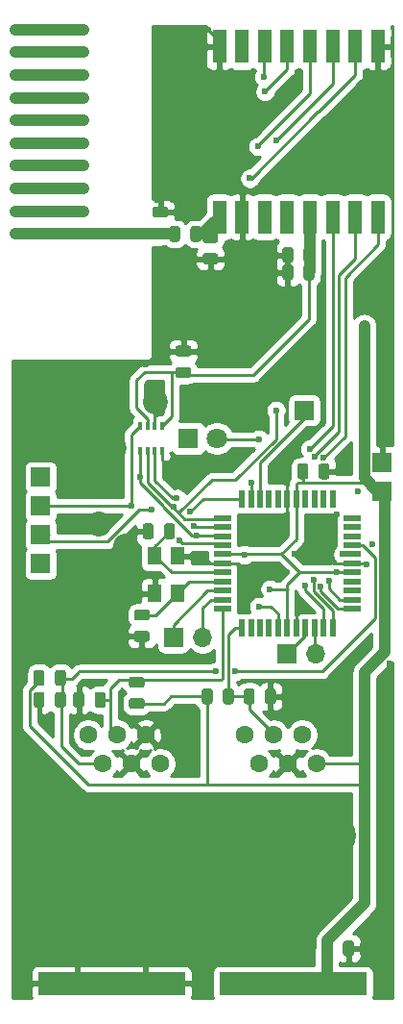
<source format=gtl>
G04 #@! TF.GenerationSoftware,KiCad,Pcbnew,5.1.6-c6e7f7d~87~ubuntu20.04.1*
G04 #@! TF.CreationDate,2020-07-20T11:44:09+02:00*
G04 #@! TF.ProjectId,weerstasie,77656572-7374-4617-9369-652e6b696361,rev?*
G04 #@! TF.SameCoordinates,Original*
G04 #@! TF.FileFunction,Copper,L1,Top*
G04 #@! TF.FilePolarity,Positive*
%FSLAX46Y46*%
G04 Gerber Fmt 4.6, Leading zero omitted, Abs format (unit mm)*
G04 Created by KiCad (PCBNEW 5.1.6-c6e7f7d~87~ubuntu20.04.1) date 2020-07-20 11:44:09*
%MOMM*%
%LPD*%
G01*
G04 APERTURE LIST*
G04 #@! TA.AperFunction,EtchedComponent*
%ADD10C,1.000000*%
G04 #@! TD*
G04 #@! TA.AperFunction,SMDPad,CuDef*
%ADD11R,1.200000X3.000000*%
G04 #@! TD*
G04 #@! TA.AperFunction,SMDPad,CuDef*
%ADD12R,1.500000X0.550000*%
G04 #@! TD*
G04 #@! TA.AperFunction,SMDPad,CuDef*
%ADD13R,0.550000X1.500000*%
G04 #@! TD*
G04 #@! TA.AperFunction,ComponentPad*
%ADD14R,1.700000X1.700000*%
G04 #@! TD*
G04 #@! TA.AperFunction,ComponentPad*
%ADD15O,1.700000X1.700000*%
G04 #@! TD*
G04 #@! TA.AperFunction,ComponentPad*
%ADD16R,1.800000X1.800000*%
G04 #@! TD*
G04 #@! TA.AperFunction,ComponentPad*
%ADD17C,1.800000*%
G04 #@! TD*
G04 #@! TA.AperFunction,SMDPad,CuDef*
%ADD18R,0.350000X0.700000*%
G04 #@! TD*
G04 #@! TA.AperFunction,ComponentPad*
%ADD19R,7.000000X2.000000*%
G04 #@! TD*
G04 #@! TA.AperFunction,ViaPad*
%ADD20C,1.000000*%
G04 #@! TD*
G04 #@! TA.AperFunction,SMDPad,CuDef*
%ADD21C,1.000000*%
G04 #@! TD*
G04 #@! TA.AperFunction,SMDPad,CuDef*
%ADD22R,1.300000X1.600000*%
G04 #@! TD*
G04 #@! TA.AperFunction,ComponentPad*
%ADD23C,3.250000*%
G04 #@! TD*
G04 #@! TA.AperFunction,ComponentPad*
%ADD24C,1.600000*%
G04 #@! TD*
G04 #@! TA.AperFunction,ViaPad*
%ADD25C,2.200000*%
G04 #@! TD*
G04 #@! TA.AperFunction,ViaPad*
%ADD26C,0.600000*%
G04 #@! TD*
G04 #@! TA.AperFunction,Conductor*
%ADD27C,0.250000*%
G04 #@! TD*
G04 #@! TA.AperFunction,Conductor*
%ADD28C,1.000000*%
G04 #@! TD*
G04 #@! TA.AperFunction,Conductor*
%ADD29C,0.254000*%
G04 #@! TD*
G04 APERTURE END LIST*
D10*
X107000000Y-47000000D02*
X101000000Y-47000000D01*
X107000000Y-49000000D02*
X101000000Y-49000000D01*
X107000000Y-51000000D02*
X101000000Y-51000000D01*
X107000000Y-53000000D02*
X101000000Y-53000000D01*
X107000000Y-55000000D02*
X101000000Y-55000000D01*
X107000000Y-57000000D02*
X101000000Y-57000000D01*
X107000000Y-59000000D02*
X101000000Y-59000000D01*
X107000000Y-61000000D02*
X101000000Y-61000000D01*
X107000000Y-63000000D02*
X101000000Y-63000000D01*
X101000000Y-65000000D02*
X113000000Y-65000000D01*
G04 #@! TA.AperFunction,SMDPad,CuDef*
G36*
G01*
X119322000Y-106171050D02*
X119322000Y-105258550D01*
G75*
G02*
X119565750Y-105014800I243750J0D01*
G01*
X120053250Y-105014800D01*
G75*
G02*
X120297000Y-105258550I0J-243750D01*
G01*
X120297000Y-106171050D01*
G75*
G02*
X120053250Y-106414800I-243750J0D01*
G01*
X119565750Y-106414800D01*
G75*
G02*
X119322000Y-106171050I0J243750D01*
G01*
G37*
G04 #@! TD.AperFunction*
G04 #@! TA.AperFunction,SMDPad,CuDef*
G36*
G01*
X117447000Y-106171050D02*
X117447000Y-105258550D01*
G75*
G02*
X117690750Y-105014800I243750J0D01*
G01*
X118178250Y-105014800D01*
G75*
G02*
X118422000Y-105258550I0J-243750D01*
G01*
X118422000Y-106171050D01*
G75*
G02*
X118178250Y-106414800I-243750J0D01*
G01*
X117690750Y-106414800D01*
G75*
G02*
X117447000Y-106171050I0J243750D01*
G01*
G37*
G04 #@! TD.AperFunction*
G04 #@! TA.AperFunction,SMDPad,CuDef*
G36*
G01*
X104488400Y-104545450D02*
X104488400Y-103632950D01*
G75*
G02*
X104732150Y-103389200I243750J0D01*
G01*
X105219650Y-103389200D01*
G75*
G02*
X105463400Y-103632950I0J-243750D01*
G01*
X105463400Y-104545450D01*
G75*
G02*
X105219650Y-104789200I-243750J0D01*
G01*
X104732150Y-104789200D01*
G75*
G02*
X104488400Y-104545450I0J243750D01*
G01*
G37*
G04 #@! TD.AperFunction*
G04 #@! TA.AperFunction,SMDPad,CuDef*
G36*
G01*
X102613400Y-104545450D02*
X102613400Y-103632950D01*
G75*
G02*
X102857150Y-103389200I243750J0D01*
G01*
X103344650Y-103389200D01*
G75*
G02*
X103588400Y-103632950I0J-243750D01*
G01*
X103588400Y-104545450D01*
G75*
G02*
X103344650Y-104789200I-243750J0D01*
G01*
X102857150Y-104789200D01*
G75*
G02*
X102613400Y-104545450I0J243750D01*
G01*
G37*
G04 #@! TD.AperFunction*
G04 #@! TA.AperFunction,SMDPad,CuDef*
G36*
G01*
X112165450Y-104960000D02*
X111252950Y-104960000D01*
G75*
G02*
X111009200Y-104716250I0J243750D01*
G01*
X111009200Y-104228750D01*
G75*
G02*
X111252950Y-103985000I243750J0D01*
G01*
X112165450Y-103985000D01*
G75*
G02*
X112409200Y-104228750I0J-243750D01*
G01*
X112409200Y-104716250D01*
G75*
G02*
X112165450Y-104960000I-243750J0D01*
G01*
G37*
G04 #@! TD.AperFunction*
G04 #@! TA.AperFunction,SMDPad,CuDef*
G36*
G01*
X112165450Y-106835000D02*
X111252950Y-106835000D01*
G75*
G02*
X111009200Y-106591250I0J243750D01*
G01*
X111009200Y-106103750D01*
G75*
G02*
X111252950Y-105860000I243750J0D01*
G01*
X112165450Y-105860000D01*
G75*
G02*
X112409200Y-106103750I0J-243750D01*
G01*
X112409200Y-106591250D01*
G75*
G02*
X112165450Y-106835000I-243750J0D01*
G01*
G37*
G04 #@! TD.AperFunction*
D11*
X133000000Y-48500000D03*
X131000000Y-48500000D03*
X129000000Y-48500000D03*
X127000000Y-48500000D03*
X125000000Y-48500000D03*
X123000000Y-48500000D03*
X121000000Y-48500000D03*
X119000000Y-48500000D03*
X119000000Y-63500000D03*
X121000000Y-63500000D03*
X123000000Y-63500000D03*
X125000000Y-63500000D03*
X127000000Y-63500000D03*
X129000000Y-63500000D03*
X131000000Y-63500000D03*
X133000000Y-63500000D03*
D12*
X119300000Y-90000000D03*
X119300000Y-90800000D03*
X119300000Y-91600000D03*
X119300000Y-92400000D03*
X119300000Y-93200000D03*
X119300000Y-94000000D03*
X119300000Y-94800000D03*
X119300000Y-95600000D03*
X119300000Y-96400000D03*
X119300000Y-97200000D03*
X119300000Y-98000000D03*
D13*
X121000000Y-99700000D03*
X121800000Y-99700000D03*
X122600000Y-99700000D03*
X123400000Y-99700000D03*
X124200000Y-99700000D03*
X125000000Y-99700000D03*
X125800000Y-99700000D03*
X126600000Y-99700000D03*
X127400000Y-99700000D03*
X128200000Y-99700000D03*
X129000000Y-99700000D03*
D12*
X130700000Y-98000000D03*
X130700000Y-97200000D03*
X130700000Y-96400000D03*
X130700000Y-95600000D03*
X130700000Y-94800000D03*
X130700000Y-94000000D03*
X130700000Y-93200000D03*
X130700000Y-92400000D03*
X130700000Y-91600000D03*
X130700000Y-90800000D03*
X130700000Y-90000000D03*
D13*
X129000000Y-88300000D03*
X128200000Y-88300000D03*
X127400000Y-88300000D03*
X126600000Y-88300000D03*
X125800000Y-88300000D03*
X125000000Y-88300000D03*
X124200000Y-88300000D03*
X123400000Y-88300000D03*
X122600000Y-88300000D03*
X121800000Y-88300000D03*
X121000000Y-88300000D03*
D14*
X126492000Y-80518000D03*
X125000000Y-102000000D03*
D15*
X127540000Y-102000000D03*
D14*
X114960400Y-100533200D03*
D15*
X117500400Y-100533200D03*
D16*
X116250000Y-83000000D03*
D17*
X118790000Y-83000000D03*
D18*
X113975000Y-81875000D03*
X113325000Y-81875000D03*
X112675000Y-81875000D03*
X112025000Y-81875000D03*
X112025000Y-84125000D03*
X112675000Y-84125000D03*
X113325000Y-84125000D03*
X113975000Y-84125000D03*
D14*
X133350000Y-87630000D03*
X103225600Y-86410800D03*
X103225600Y-91490800D03*
X103225600Y-94030800D03*
X133350000Y-85090000D03*
X103225600Y-88950800D03*
D19*
X106500000Y-131000000D03*
X112500000Y-131000000D03*
X122500000Y-131000000D03*
X128500000Y-131000000D03*
D20*
X107000000Y-47000000D03*
X101000000Y-49000000D03*
X107000000Y-49000000D03*
X101000000Y-51000000D03*
X107000000Y-51000000D03*
X101000000Y-53000000D03*
X107000000Y-53000000D03*
X101000000Y-55000000D03*
X107000000Y-55000000D03*
X101000000Y-57000000D03*
X107000000Y-57000000D03*
X101000000Y-59000000D03*
X107000000Y-59000000D03*
X101000000Y-61000000D03*
X107000000Y-61000000D03*
X101000000Y-63000000D03*
X107000000Y-63000000D03*
X101000000Y-65000000D03*
D21*
X113000000Y-65000000D03*
G04 #@! TA.AperFunction,SMDPad,CuDef*
G36*
G01*
X123030400Y-106171050D02*
X123030400Y-105258550D01*
G75*
G02*
X123274150Y-105014800I243750J0D01*
G01*
X123761650Y-105014800D01*
G75*
G02*
X124005400Y-105258550I0J-243750D01*
G01*
X124005400Y-106171050D01*
G75*
G02*
X123761650Y-106414800I-243750J0D01*
G01*
X123274150Y-106414800D01*
G75*
G02*
X123030400Y-106171050I0J243750D01*
G01*
G37*
G04 #@! TD.AperFunction*
G04 #@! TA.AperFunction,SMDPad,CuDef*
G36*
G01*
X121155400Y-106171050D02*
X121155400Y-105258550D01*
G75*
G02*
X121399150Y-105014800I243750J0D01*
G01*
X121886650Y-105014800D01*
G75*
G02*
X122130400Y-105258550I0J-243750D01*
G01*
X122130400Y-106171050D01*
G75*
G02*
X121886650Y-106414800I-243750J0D01*
G01*
X121399150Y-106414800D01*
G75*
G02*
X121155400Y-106171050I0J243750D01*
G01*
G37*
G04 #@! TD.AperFunction*
G04 #@! TA.AperFunction,SMDPad,CuDef*
G36*
G01*
X103588400Y-105563350D02*
X103588400Y-106475850D01*
G75*
G02*
X103344650Y-106719600I-243750J0D01*
G01*
X102857150Y-106719600D01*
G75*
G02*
X102613400Y-106475850I0J243750D01*
G01*
X102613400Y-105563350D01*
G75*
G02*
X102857150Y-105319600I243750J0D01*
G01*
X103344650Y-105319600D01*
G75*
G02*
X103588400Y-105563350I0J-243750D01*
G01*
G37*
G04 #@! TD.AperFunction*
G04 #@! TA.AperFunction,SMDPad,CuDef*
G36*
G01*
X105463400Y-105563350D02*
X105463400Y-106475850D01*
G75*
G02*
X105219650Y-106719600I-243750J0D01*
G01*
X104732150Y-106719600D01*
G75*
G02*
X104488400Y-106475850I0J243750D01*
G01*
X104488400Y-105563350D01*
G75*
G02*
X104732150Y-105319600I243750J0D01*
G01*
X105219650Y-105319600D01*
G75*
G02*
X105463400Y-105563350I0J-243750D01*
G01*
G37*
G04 #@! TD.AperFunction*
G04 #@! TA.AperFunction,SMDPad,CuDef*
G36*
G01*
X108968600Y-105563350D02*
X108968600Y-106475850D01*
G75*
G02*
X108724850Y-106719600I-243750J0D01*
G01*
X108237350Y-106719600D01*
G75*
G02*
X107993600Y-106475850I0J243750D01*
G01*
X107993600Y-105563350D01*
G75*
G02*
X108237350Y-105319600I243750J0D01*
G01*
X108724850Y-105319600D01*
G75*
G02*
X108968600Y-105563350I0J-243750D01*
G01*
G37*
G04 #@! TD.AperFunction*
G04 #@! TA.AperFunction,SMDPad,CuDef*
G36*
G01*
X107093600Y-105563350D02*
X107093600Y-106475850D01*
G75*
G02*
X106849850Y-106719600I-243750J0D01*
G01*
X106362350Y-106719600D01*
G75*
G02*
X106118600Y-106475850I0J243750D01*
G01*
X106118600Y-105563350D01*
G75*
G02*
X106362350Y-105319600I243750J0D01*
G01*
X106849850Y-105319600D01*
G75*
G02*
X107093600Y-105563350I0J-243750D01*
G01*
G37*
G04 #@! TD.AperFunction*
G04 #@! TA.AperFunction,SMDPad,CuDef*
G36*
G01*
X127409000Y-67920550D02*
X127409000Y-68833050D01*
G75*
G02*
X127165250Y-69076800I-243750J0D01*
G01*
X126677750Y-69076800D01*
G75*
G02*
X126434000Y-68833050I0J243750D01*
G01*
X126434000Y-67920550D01*
G75*
G02*
X126677750Y-67676800I243750J0D01*
G01*
X127165250Y-67676800D01*
G75*
G02*
X127409000Y-67920550I0J-243750D01*
G01*
G37*
G04 #@! TD.AperFunction*
G04 #@! TA.AperFunction,SMDPad,CuDef*
G36*
G01*
X125534000Y-67920550D02*
X125534000Y-68833050D01*
G75*
G02*
X125290250Y-69076800I-243750J0D01*
G01*
X124802750Y-69076800D01*
G75*
G02*
X124559000Y-68833050I0J243750D01*
G01*
X124559000Y-67920550D01*
G75*
G02*
X124802750Y-67676800I243750J0D01*
G01*
X125290250Y-67676800D01*
G75*
G02*
X125534000Y-67920550I0J-243750D01*
G01*
G37*
G04 #@! TD.AperFunction*
G04 #@! TA.AperFunction,SMDPad,CuDef*
G36*
G01*
X116280250Y-77675800D02*
X115367750Y-77675800D01*
G75*
G02*
X115124000Y-77432050I0J243750D01*
G01*
X115124000Y-76944550D01*
G75*
G02*
X115367750Y-76700800I243750J0D01*
G01*
X116280250Y-76700800D01*
G75*
G02*
X116524000Y-76944550I0J-243750D01*
G01*
X116524000Y-77432050D01*
G75*
G02*
X116280250Y-77675800I-243750J0D01*
G01*
G37*
G04 #@! TD.AperFunction*
G04 #@! TA.AperFunction,SMDPad,CuDef*
G36*
G01*
X116280250Y-75800800D02*
X115367750Y-75800800D01*
G75*
G02*
X115124000Y-75557050I0J243750D01*
G01*
X115124000Y-75069550D01*
G75*
G02*
X115367750Y-74825800I243750J0D01*
G01*
X116280250Y-74825800D01*
G75*
G02*
X116524000Y-75069550I0J-243750D01*
G01*
X116524000Y-75557050D01*
G75*
G02*
X116280250Y-75800800I-243750J0D01*
G01*
G37*
G04 #@! TD.AperFunction*
G04 #@! TA.AperFunction,SMDPad,CuDef*
G36*
G01*
X117425000Y-64543750D02*
X117425000Y-65456250D01*
G75*
G02*
X117181250Y-65700000I-243750J0D01*
G01*
X116693750Y-65700000D01*
G75*
G02*
X116450000Y-65456250I0J243750D01*
G01*
X116450000Y-64543750D01*
G75*
G02*
X116693750Y-64300000I243750J0D01*
G01*
X117181250Y-64300000D01*
G75*
G02*
X117425000Y-64543750I0J-243750D01*
G01*
G37*
G04 #@! TD.AperFunction*
G04 #@! TA.AperFunction,SMDPad,CuDef*
G36*
G01*
X115550000Y-64543750D02*
X115550000Y-65456250D01*
G75*
G02*
X115306250Y-65700000I-243750J0D01*
G01*
X114818750Y-65700000D01*
G75*
G02*
X114575000Y-65456250I0J243750D01*
G01*
X114575000Y-64543750D01*
G75*
G02*
X114818750Y-64300000I243750J0D01*
G01*
X115306250Y-64300000D01*
G75*
G02*
X115550000Y-64543750I0J-243750D01*
G01*
G37*
G04 #@! TD.AperFunction*
G04 #@! TA.AperFunction,SMDPad,CuDef*
G36*
G01*
X113212700Y-90729750D02*
X113212700Y-91642250D01*
G75*
G02*
X112968950Y-91886000I-243750J0D01*
G01*
X112481450Y-91886000D01*
G75*
G02*
X112237700Y-91642250I0J243750D01*
G01*
X112237700Y-90729750D01*
G75*
G02*
X112481450Y-90486000I243750J0D01*
G01*
X112968950Y-90486000D01*
G75*
G02*
X113212700Y-90729750I0J-243750D01*
G01*
G37*
G04 #@! TD.AperFunction*
G04 #@! TA.AperFunction,SMDPad,CuDef*
G36*
G01*
X115087700Y-90729750D02*
X115087700Y-91642250D01*
G75*
G02*
X114843950Y-91886000I-243750J0D01*
G01*
X114356450Y-91886000D01*
G75*
G02*
X114112700Y-91642250I0J243750D01*
G01*
X114112700Y-90729750D01*
G75*
G02*
X114356450Y-90486000I243750J0D01*
G01*
X114843950Y-90486000D01*
G75*
G02*
X115087700Y-90729750I0J-243750D01*
G01*
G37*
G04 #@! TD.AperFunction*
G04 #@! TA.AperFunction,SMDPad,CuDef*
G36*
G01*
X111710150Y-98069100D02*
X112622650Y-98069100D01*
G75*
G02*
X112866400Y-98312850I0J-243750D01*
G01*
X112866400Y-98800350D01*
G75*
G02*
X112622650Y-99044100I-243750J0D01*
G01*
X111710150Y-99044100D01*
G75*
G02*
X111466400Y-98800350I0J243750D01*
G01*
X111466400Y-98312850D01*
G75*
G02*
X111710150Y-98069100I243750J0D01*
G01*
G37*
G04 #@! TD.AperFunction*
G04 #@! TA.AperFunction,SMDPad,CuDef*
G36*
G01*
X111710150Y-99944100D02*
X112622650Y-99944100D01*
G75*
G02*
X112866400Y-100187850I0J-243750D01*
G01*
X112866400Y-100675350D01*
G75*
G02*
X112622650Y-100919100I-243750J0D01*
G01*
X111710150Y-100919100D01*
G75*
G02*
X111466400Y-100675350I0J243750D01*
G01*
X111466400Y-100187850D01*
G75*
G02*
X111710150Y-99944100I243750J0D01*
G01*
G37*
G04 #@! TD.AperFunction*
G04 #@! TA.AperFunction,SMDPad,CuDef*
G36*
G01*
X129916100Y-128370650D02*
X129916100Y-127458150D01*
G75*
G02*
X130159850Y-127214400I243750J0D01*
G01*
X130647350Y-127214400D01*
G75*
G02*
X130891100Y-127458150I0J-243750D01*
G01*
X130891100Y-128370650D01*
G75*
G02*
X130647350Y-128614400I-243750J0D01*
G01*
X130159850Y-128614400D01*
G75*
G02*
X129916100Y-128370650I0J243750D01*
G01*
G37*
G04 #@! TD.AperFunction*
G04 #@! TA.AperFunction,SMDPad,CuDef*
G36*
G01*
X128041100Y-128370650D02*
X128041100Y-127458150D01*
G75*
G02*
X128284850Y-127214400I243750J0D01*
G01*
X128772350Y-127214400D01*
G75*
G02*
X129016100Y-127458150I0J-243750D01*
G01*
X129016100Y-128370650D01*
G75*
G02*
X128772350Y-128614400I-243750J0D01*
G01*
X128284850Y-128614400D01*
G75*
G02*
X128041100Y-128370650I0J243750D01*
G01*
G37*
G04 #@! TD.AperFunction*
G04 #@! TA.AperFunction,SMDPad,CuDef*
G36*
G01*
X125534000Y-66396550D02*
X125534000Y-67309050D01*
G75*
G02*
X125290250Y-67552800I-243750J0D01*
G01*
X124802750Y-67552800D01*
G75*
G02*
X124559000Y-67309050I0J243750D01*
G01*
X124559000Y-66396550D01*
G75*
G02*
X124802750Y-66152800I243750J0D01*
G01*
X125290250Y-66152800D01*
G75*
G02*
X125534000Y-66396550I0J-243750D01*
G01*
G37*
G04 #@! TD.AperFunction*
G04 #@! TA.AperFunction,SMDPad,CuDef*
G36*
G01*
X127409000Y-66396550D02*
X127409000Y-67309050D01*
G75*
G02*
X127165250Y-67552800I-243750J0D01*
G01*
X126677750Y-67552800D01*
G75*
G02*
X126434000Y-67309050I0J243750D01*
G01*
X126434000Y-66396550D01*
G75*
G02*
X126677750Y-66152800I243750J0D01*
G01*
X127165250Y-66152800D01*
G75*
G02*
X127409000Y-66396550I0J-243750D01*
G01*
G37*
G04 #@! TD.AperFunction*
G04 #@! TA.AperFunction,SMDPad,CuDef*
G36*
G01*
X125879800Y-86359050D02*
X125879800Y-85446550D01*
G75*
G02*
X126123550Y-85202800I243750J0D01*
G01*
X126611050Y-85202800D01*
G75*
G02*
X126854800Y-85446550I0J-243750D01*
G01*
X126854800Y-86359050D01*
G75*
G02*
X126611050Y-86602800I-243750J0D01*
G01*
X126123550Y-86602800D01*
G75*
G02*
X125879800Y-86359050I0J243750D01*
G01*
G37*
G04 #@! TD.AperFunction*
G04 #@! TA.AperFunction,SMDPad,CuDef*
G36*
G01*
X127754800Y-86359050D02*
X127754800Y-85446550D01*
G75*
G02*
X127998550Y-85202800I243750J0D01*
G01*
X128486050Y-85202800D01*
G75*
G02*
X128729800Y-85446550I0J-243750D01*
G01*
X128729800Y-86359050D01*
G75*
G02*
X128486050Y-86602800I-243750J0D01*
G01*
X127998550Y-86602800D01*
G75*
G02*
X127754800Y-86359050I0J243750D01*
G01*
G37*
G04 #@! TD.AperFunction*
G04 #@! TA.AperFunction,SMDPad,CuDef*
G36*
G01*
X113335750Y-64458000D02*
X114248250Y-64458000D01*
G75*
G02*
X114492000Y-64701750I0J-243750D01*
G01*
X114492000Y-65189250D01*
G75*
G02*
X114248250Y-65433000I-243750J0D01*
G01*
X113335750Y-65433000D01*
G75*
G02*
X113092000Y-65189250I0J243750D01*
G01*
X113092000Y-64701750D01*
G75*
G02*
X113335750Y-64458000I243750J0D01*
G01*
G37*
G04 #@! TD.AperFunction*
G04 #@! TA.AperFunction,SMDPad,CuDef*
G36*
G01*
X113335750Y-62583000D02*
X114248250Y-62583000D01*
G75*
G02*
X114492000Y-62826750I0J-243750D01*
G01*
X114492000Y-63314250D01*
G75*
G02*
X114248250Y-63558000I-243750J0D01*
G01*
X113335750Y-63558000D01*
G75*
G02*
X113092000Y-63314250I0J243750D01*
G01*
X113092000Y-62826750D01*
G75*
G02*
X113335750Y-62583000I243750J0D01*
G01*
G37*
G04 #@! TD.AperFunction*
G04 #@! TA.AperFunction,SMDPad,CuDef*
G36*
G01*
X118667850Y-67668200D02*
X117755350Y-67668200D01*
G75*
G02*
X117511600Y-67424450I0J243750D01*
G01*
X117511600Y-66936950D01*
G75*
G02*
X117755350Y-66693200I243750J0D01*
G01*
X118667850Y-66693200D01*
G75*
G02*
X118911600Y-66936950I0J-243750D01*
G01*
X118911600Y-67424450D01*
G75*
G02*
X118667850Y-67668200I-243750J0D01*
G01*
G37*
G04 #@! TD.AperFunction*
G04 #@! TA.AperFunction,SMDPad,CuDef*
G36*
G01*
X118667850Y-65793200D02*
X117755350Y-65793200D01*
G75*
G02*
X117511600Y-65549450I0J243750D01*
G01*
X117511600Y-65061950D01*
G75*
G02*
X117755350Y-64818200I243750J0D01*
G01*
X118667850Y-64818200D01*
G75*
G02*
X118911600Y-65061950I0J-243750D01*
G01*
X118911600Y-65549450D01*
G75*
G02*
X118667850Y-65793200I-243750J0D01*
G01*
G37*
G04 #@! TD.AperFunction*
D22*
X115316000Y-96646000D03*
X115316000Y-93346000D03*
X113316000Y-93346000D03*
X113316000Y-96646000D03*
D23*
X105520000Y-118000000D03*
D24*
X113775000Y-111650000D03*
X112505000Y-109110000D03*
X111235000Y-111650000D03*
X109965000Y-109110000D03*
X108695000Y-111650000D03*
X107425000Y-109110000D03*
D23*
X115680000Y-118000000D03*
X129480000Y-118000000D03*
D24*
X121225000Y-109110000D03*
X122495000Y-111650000D03*
X123765000Y-109110000D03*
X125035000Y-111650000D03*
X126305000Y-109110000D03*
X127575000Y-111650000D03*
D23*
X119320000Y-118000000D03*
D25*
X109067600Y-87223600D03*
X108407200Y-90525600D03*
X110744000Y-92506800D03*
X109728000Y-83820000D03*
X113400000Y-79800000D03*
X109728000Y-78740000D03*
D26*
X115000000Y-66500000D03*
X121200000Y-90000000D03*
X134000000Y-124000000D03*
X134000000Y-120000000D03*
X134000000Y-116000000D03*
X134000000Y-112000000D03*
X134000000Y-108000000D03*
X124000000Y-128500000D03*
X134000000Y-132000000D03*
X134000000Y-128000000D03*
X134000000Y-83000000D03*
X134000000Y-79000000D03*
X134000000Y-75000000D03*
X134000000Y-71000000D03*
X134000000Y-67000000D03*
X113500000Y-66500000D03*
X113500000Y-68000000D03*
X113500000Y-69500000D03*
X113500000Y-71000000D03*
X113500000Y-72500000D03*
X113500000Y-74000000D03*
X113500000Y-75500000D03*
X112500000Y-76500000D03*
X111000000Y-76500000D03*
X109500000Y-76500000D03*
X108000000Y-76500000D03*
X106500000Y-76500000D03*
X105000000Y-76500000D03*
X103500000Y-76500000D03*
X102000000Y-76500000D03*
X101000000Y-77500000D03*
X101000000Y-131000000D03*
X101000000Y-127000000D03*
X101000000Y-123000000D03*
X101000000Y-119000000D03*
X101000000Y-115000000D03*
X101000000Y-111000000D03*
X101000000Y-107000000D03*
X101000000Y-103000000D03*
X101000000Y-99000000D03*
X101000000Y-95000000D03*
X101000000Y-91000000D03*
X101000000Y-87000000D03*
X101000000Y-83000000D03*
X101000000Y-79000000D03*
X113500000Y-60500000D03*
X113500000Y-59000000D03*
X113500000Y-57500000D03*
X113500000Y-56000000D03*
X113500000Y-54500000D03*
X113500000Y-53000000D03*
X113500000Y-51500000D03*
X113500000Y-50000000D03*
X113500000Y-48500000D03*
X113500000Y-47000000D03*
X118000000Y-47000000D03*
X116500000Y-47000000D03*
X115000000Y-47000000D03*
X121000000Y-128500000D03*
X129500000Y-54000000D03*
X133000000Y-51000000D03*
X133000000Y-54000000D03*
X133000000Y-57000000D03*
X133553200Y-61010800D03*
X125628400Y-93167200D03*
X124968000Y-94742000D03*
X132029200Y-94132400D03*
X113500000Y-62000000D03*
X129387600Y-89662000D03*
X124968000Y-89865200D03*
X121107200Y-94488000D03*
X126238000Y-98145600D03*
X107645200Y-104546400D03*
X103632000Y-107797600D03*
X132334000Y-100787200D03*
X134061200Y-102819200D03*
X127965200Y-71628000D03*
X125780800Y-61163200D03*
X120700800Y-69342000D03*
X110388400Y-105460800D03*
X117043200Y-112522000D03*
X116738400Y-106680000D03*
X125780800Y-57505600D03*
X120904000Y-61112400D03*
X119786400Y-65989200D03*
X126034800Y-70002400D03*
X116586000Y-66548000D03*
X115366800Y-63347600D03*
X117297200Y-63246000D03*
X117754400Y-61366400D03*
X129743198Y-85902800D03*
X124866400Y-86715600D03*
X127304800Y-82143600D03*
X123139200Y-82194400D03*
X125882400Y-75641200D03*
X128066800Y-78079600D03*
X131267200Y-87630000D03*
X132537200Y-92303600D03*
X113944400Y-102311200D03*
X124002800Y-114655600D03*
X121869200Y-50800000D03*
X122123200Y-56032400D03*
X125730000Y-51663600D03*
X118059200Y-50901600D03*
X127406400Y-104597200D03*
X117398800Y-76403200D03*
X120548400Y-76250800D03*
D25*
X116586000Y-79705200D03*
D26*
X121513600Y-98247200D03*
X107950000Y-102463600D03*
X116840000Y-93472000D03*
D25*
X109728000Y-81280000D03*
X115773200Y-85902800D03*
D26*
X124968000Y-77622400D03*
X123037600Y-78638400D03*
X111963200Y-95046800D03*
X104952800Y-95148400D03*
X105003600Y-93014800D03*
X104952800Y-86563200D03*
X104749600Y-84582000D03*
X106934000Y-114452400D03*
X127711200Y-107899200D03*
X123478800Y-96266000D03*
X129336800Y-94792800D03*
X121208800Y-93252800D03*
X131799999Y-73076401D03*
X127000000Y-68276402D03*
X131805001Y-106557401D03*
X118675000Y-103530400D03*
X120434500Y-103530400D03*
X121700000Y-60100000D03*
X116795744Y-90708812D03*
X111251998Y-88899994D03*
X116992400Y-91592400D03*
X122400000Y-57300000D03*
X112025000Y-86399804D03*
X124002798Y-56794400D03*
X114950064Y-89025718D03*
X113030000Y-89306400D03*
X124002800Y-80518000D03*
X115520991Y-91970090D03*
X116433600Y-89458800D03*
X115265200Y-88290400D03*
X123037600Y-52476400D03*
X121818400Y-86918800D03*
X128676400Y-95504000D03*
X122936000Y-51155600D03*
X126593600Y-95961200D03*
X127000000Y-83921600D03*
X127304800Y-95453200D03*
X127423684Y-84616516D03*
X127965200Y-96012000D03*
X128219394Y-84699370D03*
X122478800Y-83058000D03*
X122478800Y-97790000D03*
X129900000Y-93200000D03*
D27*
X113325000Y-81875000D02*
X113325000Y-79875000D01*
X113325000Y-79875000D02*
X113400000Y-79800000D01*
X101000000Y-83000000D02*
X103000000Y-83000000D01*
X113500000Y-66500000D02*
X115000000Y-66500000D01*
X134000000Y-124000000D02*
X134000000Y-122000000D01*
X134000000Y-120000000D02*
X134000000Y-118000000D01*
X134000000Y-116000000D02*
X134000000Y-114000000D01*
X134000000Y-112000000D02*
X134000000Y-110000000D01*
X134000000Y-108000000D02*
X134000000Y-106000000D01*
X134000000Y-126000000D02*
X134000000Y-128000000D01*
X134000000Y-128000000D02*
X134000000Y-130000000D01*
X134000000Y-75000000D02*
X134000000Y-77000000D01*
X134000000Y-71000000D02*
X134000000Y-73000000D01*
X134000000Y-67000000D02*
X134000000Y-69000000D01*
X113500000Y-66500000D02*
X113500000Y-68000000D01*
X113500000Y-69500000D02*
X113500000Y-71000000D01*
X113500000Y-72500000D02*
X113500000Y-74000000D01*
X113500000Y-75500000D02*
X112500000Y-76500000D01*
X111000000Y-76500000D02*
X109500000Y-76500000D01*
X108000000Y-76500000D02*
X106500000Y-76500000D01*
X105000000Y-76500000D02*
X103500000Y-76500000D01*
X102000000Y-76500000D02*
X101000000Y-77500000D01*
X101000000Y-127000000D02*
X101000000Y-129000000D01*
X101000000Y-123000000D02*
X101000000Y-125000000D01*
X101000000Y-119000000D02*
X101000000Y-121000000D01*
X101000000Y-115000000D02*
X101000000Y-117000000D01*
X101000000Y-111000000D02*
X101000000Y-113000000D01*
X101000000Y-107000000D02*
X101000000Y-109000000D01*
X101000000Y-103000000D02*
X101000000Y-105000000D01*
X101000000Y-99000000D02*
X101000000Y-101000000D01*
X101000000Y-95000000D02*
X101000000Y-97000000D01*
X101000000Y-91000000D02*
X101000000Y-93000000D01*
X101000000Y-87000000D02*
X101000000Y-89000000D01*
X101000000Y-83000000D02*
X101000000Y-85000000D01*
X101000000Y-79000000D02*
X101000000Y-81000000D01*
X113500000Y-60500000D02*
X113500000Y-59000000D01*
X113500000Y-57500000D02*
X113500000Y-56000000D01*
X113500000Y-54500000D02*
X113500000Y-52500000D01*
X113500000Y-52500000D02*
X113500000Y-53000000D01*
X113500000Y-51500000D02*
X113500000Y-50000000D01*
X113500000Y-48500000D02*
X113500000Y-47000000D01*
X118000000Y-47000000D02*
X119000000Y-48000000D01*
X115000000Y-47000000D02*
X116500000Y-47000000D01*
X119000000Y-48000000D02*
X119000000Y-48500000D01*
X112500000Y-131000000D02*
X112500000Y-128000000D01*
X120500000Y-128000000D02*
X121000000Y-128500000D01*
X112500000Y-128000000D02*
X120500000Y-128000000D01*
X115824000Y-75250800D02*
X116074800Y-75000000D01*
X133000000Y-54000000D02*
X133000000Y-57000000D01*
X133000000Y-48500000D02*
X133000000Y-51000000D01*
X126288800Y-92506800D02*
X125628400Y-93167200D01*
X127609600Y-92506800D02*
X126288800Y-92506800D01*
X130700000Y-94000000D02*
X131896800Y-94000000D01*
X131896800Y-94000000D02*
X132029200Y-94132400D01*
X119000000Y-48500000D02*
X119000000Y-48000000D01*
X113792000Y-63058000D02*
X113792000Y-62792000D01*
X130700000Y-94000000D02*
X129102800Y-94000000D01*
X127609600Y-91440000D02*
X129387600Y-89662000D01*
X127609600Y-92506800D02*
X127609600Y-91440000D01*
X129102800Y-94000000D02*
X127609600Y-92506800D01*
X125000000Y-88300000D02*
X125000000Y-89833200D01*
X125000000Y-89833200D02*
X124968000Y-89865200D01*
X119300000Y-94000000D02*
X120619200Y-94000000D01*
X120619200Y-94000000D02*
X121107200Y-94488000D01*
X125800000Y-99700000D02*
X125800000Y-98583600D01*
X125800000Y-98583600D02*
X126238000Y-98145600D01*
X103038400Y-106019600D02*
X102987600Y-106070400D01*
X133654800Y-79345200D02*
X134000000Y-79000000D01*
X133654800Y-80924400D02*
X133654800Y-79345200D01*
X134000000Y-81269600D02*
X133654800Y-80924400D01*
X134000000Y-83000000D02*
X134000000Y-81269600D01*
X133350000Y-83650000D02*
X134000000Y-83000000D01*
X133350000Y-85090000D02*
X133350000Y-83650000D01*
X106543600Y-106019600D02*
X106606076Y-106019600D01*
X106606076Y-106019600D02*
X106606100Y-106019576D01*
X103100900Y-106019600D02*
X103100900Y-106019624D01*
X123580400Y-105714800D02*
X123517914Y-105714800D01*
X128660400Y-85902800D02*
X129743198Y-85902800D01*
X128304800Y-86258400D02*
X128660400Y-85902800D01*
X125000000Y-86849200D02*
X124866400Y-86715600D01*
X125000000Y-88300000D02*
X125000000Y-86849200D01*
X113975000Y-84968200D02*
X114808000Y-85801200D01*
X113975000Y-84125000D02*
X113975000Y-84968200D01*
X117368000Y-94000000D02*
X116840000Y-93472000D01*
X119300000Y-94000000D02*
X117368000Y-94000000D01*
D28*
X113750000Y-65000000D02*
X113792000Y-64958000D01*
X114958000Y-64958000D02*
X115000000Y-65000000D01*
X113792000Y-64958000D02*
X114958000Y-64958000D01*
X113000000Y-65000000D02*
X113750000Y-65000000D01*
D27*
X123478800Y-96266000D02*
X125000000Y-96266000D01*
X125000000Y-96266000D02*
X125018800Y-96266000D01*
X125018800Y-96266000D02*
X125000000Y-96266000D01*
X111709200Y-106360000D02*
X111724400Y-106375200D01*
X111724400Y-106375200D02*
X112064800Y-106375200D01*
X122500000Y-131000000D02*
X128500000Y-131000000D01*
X129336800Y-94792800D02*
X129344000Y-94800000D01*
X129344000Y-94800000D02*
X130700000Y-94800000D01*
X121462800Y-93200000D02*
X121462800Y-93167200D01*
X121430000Y-93200000D02*
X121462800Y-93167200D01*
X121261600Y-93200000D02*
X121430000Y-93200000D01*
X121261600Y-93200000D02*
X121208800Y-93252800D01*
X125000000Y-99700000D02*
X125000000Y-98418400D01*
X125000000Y-99700000D02*
X125000000Y-96266000D01*
X125000000Y-96266000D02*
X125000000Y-95892800D01*
X125000000Y-95892800D02*
X126092800Y-94800000D01*
X125800000Y-88300000D02*
X125800000Y-91892800D01*
X125800000Y-91892800D02*
X124492800Y-93200000D01*
X130700000Y-94800000D02*
X126092800Y-94800000D01*
X124492800Y-93200000D02*
X121462800Y-93200000D01*
X121462800Y-93200000D02*
X119300000Y-93200000D01*
X126092800Y-94800000D02*
X124492800Y-93200000D01*
D28*
X128500000Y-131000000D02*
X128500000Y-127989200D01*
D27*
X132647810Y-86927810D02*
X133350000Y-87630000D01*
X125800000Y-87057620D02*
X125929810Y-86927810D01*
X125800000Y-88300000D02*
X125800000Y-87057620D01*
X126367300Y-86895700D02*
X126399410Y-86927810D01*
X126367300Y-85902800D02*
X126367300Y-86895700D01*
X126399410Y-86927810D02*
X132647810Y-86927810D01*
X125929810Y-86927810D02*
X126399410Y-86927810D01*
D28*
X131799999Y-86500001D02*
X131799999Y-73076401D01*
X132929998Y-87630000D02*
X131799999Y-86500001D01*
X133350000Y-87630000D02*
X132929998Y-87630000D01*
X127000000Y-63500000D02*
X127000000Y-68276402D01*
D27*
X102288390Y-105155710D02*
X102288390Y-108333590D01*
X103253300Y-104190800D02*
X102288390Y-105155710D01*
X107416001Y-113461201D02*
X122534295Y-113461201D01*
X102288390Y-108333590D02*
X107416001Y-113461201D01*
X117934500Y-113461201D02*
X122534295Y-113461201D01*
X117934500Y-105714800D02*
X117934500Y-113461201D01*
X114757200Y-105714800D02*
X117934500Y-105714800D01*
X114124500Y-106347500D02*
X114757200Y-105714800D01*
X111709200Y-106347500D02*
X114124500Y-106347500D01*
X126921500Y-68376800D02*
X126921500Y-72468500D01*
X116060701Y-77425001D02*
X115824000Y-77188300D01*
X121964999Y-77425001D02*
X116060701Y-77425001D01*
X126921500Y-72468500D02*
X121964999Y-77425001D01*
X112397300Y-77188300D02*
X111709200Y-77876400D01*
X112675000Y-81275000D02*
X112675000Y-81875000D01*
X111709200Y-80309200D02*
X112675000Y-81275000D01*
X111709200Y-77876400D02*
X111709200Y-80309200D01*
X114825001Y-77249799D02*
X114886500Y-77188300D01*
X114825001Y-81024999D02*
X114825001Y-77249799D01*
X113975000Y-81875000D02*
X114825001Y-81024999D01*
X114886500Y-77188300D02*
X112397300Y-77188300D01*
X115824000Y-77188300D02*
X114886500Y-77188300D01*
D28*
X128528600Y-127214400D02*
X128528600Y-127914400D01*
X131805001Y-123937999D02*
X128528600Y-127214400D01*
X133579806Y-101820592D02*
X131805001Y-103595397D01*
X133579806Y-87859806D02*
X133579806Y-101820592D01*
X133350000Y-87630000D02*
X133579806Y-87859806D01*
X131805001Y-106557401D02*
X131805001Y-111679399D01*
X131805001Y-103595397D02*
X131805001Y-106557401D01*
D27*
X131656403Y-113461201D02*
X131805001Y-113609799D01*
X122534295Y-113461201D02*
X131656403Y-113461201D01*
D28*
X131805001Y-113609799D02*
X131805001Y-123937999D01*
X131805001Y-111679399D02*
X131805001Y-113609799D01*
D27*
X131775602Y-111650000D02*
X131805001Y-111679399D01*
X127575000Y-111650000D02*
X131775602Y-111650000D01*
X119822000Y-105714800D02*
X120548400Y-105714800D01*
X121580400Y-105714800D02*
X120548400Y-105714800D01*
X121642900Y-106887900D02*
X121642900Y-105714800D01*
X123865000Y-109110000D02*
X121642900Y-106887900D01*
X120416400Y-99700000D02*
X121000000Y-99700000D01*
X119809500Y-100306900D02*
X120416400Y-99700000D01*
X119809500Y-105714800D02*
X119809500Y-100306900D01*
X115976400Y-103530400D02*
X106625200Y-103530400D01*
X106625200Y-103530400D02*
X106574400Y-103581200D01*
X105964800Y-104190800D02*
X105140800Y-104190800D01*
X105964800Y-104190800D02*
X106574400Y-103581200D01*
X128066800Y-103530400D02*
X128065402Y-103529002D01*
X128065402Y-103529002D02*
X128066800Y-103530400D01*
X105038400Y-106019600D02*
X105038400Y-107730800D01*
X106570000Y-111650000D02*
X108095000Y-111650000D01*
X105054400Y-110134400D02*
X106570000Y-111650000D01*
X105054400Y-107746800D02*
X105054400Y-110134400D01*
X105038400Y-107730800D02*
X105054400Y-107746800D01*
X105140800Y-104190800D02*
X105140800Y-105917200D01*
X105140800Y-105917200D02*
X105038400Y-106019600D01*
X128066800Y-103527604D02*
X128066800Y-103530400D01*
X132754796Y-98839608D02*
X128066800Y-103527604D01*
X132754796Y-93537196D02*
X132754796Y-98839608D01*
X131617600Y-92400000D02*
X132754796Y-93537196D01*
X130700000Y-92400000D02*
X131617600Y-92400000D01*
X115976400Y-103530400D02*
X118675000Y-103530400D01*
X128064004Y-103530400D02*
X128066800Y-103527604D01*
X120434500Y-103530400D02*
X128064004Y-103530400D01*
X111709200Y-104460000D02*
X111490800Y-104241600D01*
X111490800Y-104241600D02*
X110134400Y-104241600D01*
X110134400Y-104241600D02*
X109365000Y-105011000D01*
X109365000Y-105011000D02*
X109365000Y-106019600D01*
X108543600Y-106019600D02*
X109365000Y-106019600D01*
X109365000Y-106019600D02*
X109321600Y-106019600D01*
X109321600Y-106019600D02*
X109365000Y-106019600D01*
X111709200Y-104460000D02*
X111267200Y-104460000D01*
X109365000Y-106019600D02*
X109365000Y-109110000D01*
X119300000Y-104118400D02*
X119300000Y-98000000D01*
X119176800Y-104241600D02*
X119300000Y-104118400D01*
X111927600Y-104241600D02*
X119176800Y-104241600D01*
X111709200Y-104460000D02*
X111927600Y-104241600D01*
D28*
X118211600Y-65293200D02*
X118211600Y-64288400D01*
X118211600Y-64288400D02*
X119000000Y-63500000D01*
X117000000Y-65000000D02*
X117500000Y-65000000D01*
X117500000Y-65000000D02*
X119000000Y-63500000D01*
D27*
X114770000Y-94800000D02*
X113316000Y-93346000D01*
X119300000Y-94800000D02*
X114770000Y-94800000D01*
X113316000Y-92470200D02*
X114600200Y-91186000D01*
X113316000Y-93346000D02*
X113316000Y-92470200D01*
X121707400Y-60107400D02*
X121807400Y-60107400D01*
X121700000Y-60100000D02*
X121707400Y-60107400D01*
X131000000Y-48500000D02*
X131000000Y-50965600D01*
X127711200Y-54203600D02*
X121807400Y-60107400D01*
X127762000Y-54203600D02*
X127711200Y-54203600D01*
X131000000Y-50965600D02*
X127762000Y-54203600D01*
X116886932Y-90800000D02*
X116795744Y-90708812D01*
X119300000Y-90800000D02*
X116886932Y-90800000D01*
X112025000Y-81875000D02*
X111251998Y-82648002D01*
X111251998Y-82648002D02*
X111251998Y-88899994D01*
X111201192Y-88950800D02*
X111251998Y-88899994D01*
X103225600Y-88950800D02*
X111201192Y-88950800D01*
X112025000Y-86600000D02*
X112000000Y-86600000D01*
X112000000Y-86600000D02*
X112025000Y-86600000D01*
X112025000Y-84125000D02*
X112025000Y-86600000D01*
X119292400Y-91592400D02*
X119300000Y-91600000D01*
X116992400Y-91592400D02*
X119292400Y-91592400D01*
X122400000Y-57218198D02*
X122400000Y-57300000D01*
X127000000Y-52618198D02*
X122400000Y-57218198D01*
X127000000Y-48500000D02*
X127000000Y-52618198D01*
X117000000Y-91600000D02*
X116992400Y-91592400D01*
X112025000Y-86600000D02*
X112025000Y-86399804D01*
X116568136Y-91592400D02*
X116992400Y-91592400D01*
X114010601Y-89034865D02*
X116568136Y-91592400D01*
X114010601Y-88904799D02*
X114010601Y-89034865D01*
X112025000Y-86600000D02*
X112025000Y-86919198D01*
X112025000Y-86919198D02*
X114010601Y-88904799D01*
X129000000Y-51797198D02*
X124002798Y-56794400D01*
X129000000Y-48500000D02*
X129000000Y-51797198D01*
X119300000Y-90000000D02*
X119216198Y-90083802D01*
X119216198Y-90083802D02*
X115890202Y-90083802D01*
X115890202Y-90083802D02*
X115366800Y-89560400D01*
X124002800Y-80518000D02*
X124002800Y-83058000D01*
X124002800Y-83058000D02*
X120396000Y-86664800D01*
X118323804Y-86664800D02*
X115428204Y-89560400D01*
X120396000Y-86664800D02*
X118323804Y-86664800D01*
X115428204Y-89560400D02*
X115366800Y-89560400D01*
X112675000Y-86868600D02*
X112675000Y-84125000D01*
X114925946Y-89001600D02*
X114950064Y-89025718D01*
X115366800Y-89560400D02*
X114808000Y-89001600D01*
X114808000Y-89001600D02*
X114925946Y-89001600D01*
X114808000Y-89001600D02*
X112675000Y-86868600D01*
X103956450Y-91490800D02*
X103225600Y-91490800D01*
X111912400Y-89306400D02*
X113030000Y-89306400D01*
X109118400Y-92100400D02*
X111912400Y-89306400D01*
X103835200Y-92100400D02*
X109118400Y-92100400D01*
X103225600Y-91490800D02*
X103835200Y-92100400D01*
X115771900Y-92220999D02*
X115520991Y-91970090D01*
X119120999Y-92220999D02*
X115771900Y-92220999D01*
X119300000Y-92400000D02*
X119120999Y-92220999D01*
X117592400Y-88300000D02*
X116433600Y-89458800D01*
X121000000Y-88300000D02*
X117592400Y-88300000D01*
X114858800Y-88290400D02*
X115265200Y-88290400D01*
X113325000Y-86756600D02*
X114858800Y-88290400D01*
X113325000Y-84125000D02*
X113325000Y-86756600D01*
X125000000Y-50514000D02*
X123037600Y-52476400D01*
X121818400Y-86918800D02*
X121800000Y-86937200D01*
X121800000Y-88300000D02*
X121800000Y-86937200D01*
X125000000Y-50514000D02*
X125000000Y-48500000D01*
X129661200Y-97200000D02*
X128676400Y-96215200D01*
X128676400Y-96215200D02*
X128676400Y-95504000D01*
X122936000Y-48564000D02*
X122936000Y-51155600D01*
X129661200Y-97200000D02*
X130700000Y-97200000D01*
X122936000Y-48564000D02*
X123000000Y-48500000D01*
X128200000Y-99700000D02*
X128200000Y-98024800D01*
X126593600Y-96418400D02*
X128200000Y-98024800D01*
X126593600Y-95961200D02*
X126593600Y-96418400D01*
X129000000Y-63500000D02*
X129000000Y-81921600D01*
X129000000Y-81921600D02*
X127000000Y-83921600D01*
X127304800Y-95453200D02*
X127304800Y-96445198D01*
X127304800Y-96445198D02*
X129000000Y-98140398D01*
X129000000Y-98140398D02*
X129000000Y-99700000D01*
X131000000Y-67131602D02*
X129540000Y-68591602D01*
X131000000Y-63500000D02*
X131000000Y-67131602D01*
X127423684Y-84558533D02*
X127423684Y-84616516D01*
X129540000Y-68591602D02*
X129540000Y-82442217D01*
X129540000Y-82442217D02*
X127423684Y-84558533D01*
X127965200Y-96012000D02*
X127965200Y-96469200D01*
X127965200Y-96469200D02*
X129496000Y-98000000D01*
X129496000Y-98000000D02*
X130700000Y-98000000D01*
X130098800Y-68834000D02*
X130098800Y-82819964D01*
X130098800Y-82819964D02*
X128219394Y-84699370D01*
X133000000Y-65932800D02*
X130098800Y-68834000D01*
X133000000Y-63500000D02*
X133000000Y-65932800D01*
X116362000Y-95600000D02*
X115316000Y-96646000D01*
X119300000Y-95600000D02*
X116362000Y-95600000D01*
X113405400Y-98556600D02*
X115316000Y-96646000D01*
X112166400Y-98556600D02*
X113405400Y-98556600D01*
X116316800Y-82933200D02*
X116250000Y-83000000D01*
X124200000Y-99700000D02*
X124200000Y-98444400D01*
X122478800Y-83058000D02*
X118848000Y-83058000D01*
X123545600Y-97790000D02*
X122478800Y-97790000D01*
X124200000Y-98444400D02*
X123545600Y-97790000D01*
X118848000Y-83058000D02*
X118790000Y-83000000D01*
X126492000Y-81205210D02*
X126492000Y-80518000D01*
X122600000Y-85097210D02*
X126492000Y-81205210D01*
X122600000Y-88300000D02*
X122600000Y-85097210D01*
X126600000Y-99700000D02*
X126600000Y-100400000D01*
X126600000Y-100400000D02*
X125000000Y-102000000D01*
X127400000Y-99700000D02*
X127400000Y-101860000D01*
X127400000Y-101860000D02*
X127540000Y-102000000D01*
X130700000Y-93200000D02*
X129900000Y-93200000D01*
X119300000Y-97200000D02*
X118242800Y-97200000D01*
X117500400Y-97942400D02*
X117500400Y-100533200D01*
X118242800Y-97200000D02*
X117500400Y-97942400D01*
X114960400Y-99415600D02*
X114960400Y-100533200D01*
X117976000Y-96400000D02*
X114960400Y-99415600D01*
X119300000Y-96400000D02*
X117976000Y-96400000D01*
D29*
G36*
X117810498Y-46755820D02*
G01*
X117774188Y-46875518D01*
X117761928Y-47000000D01*
X117765000Y-48214250D01*
X117923750Y-48373000D01*
X118873000Y-48373000D01*
X118873000Y-48353000D01*
X119127000Y-48353000D01*
X119127000Y-48373000D01*
X119147000Y-48373000D01*
X119147000Y-48627000D01*
X119127000Y-48627000D01*
X119127000Y-50476250D01*
X119285750Y-50635000D01*
X119600000Y-50638072D01*
X119724482Y-50625812D01*
X119844180Y-50589502D01*
X119954494Y-50530537D01*
X120000000Y-50493191D01*
X120045506Y-50530537D01*
X120155820Y-50589502D01*
X120275518Y-50625812D01*
X120400000Y-50638072D01*
X121600000Y-50638072D01*
X121724482Y-50625812D01*
X121844180Y-50589502D01*
X121954494Y-50530537D01*
X122000000Y-50493191D01*
X122045506Y-50530537D01*
X122155820Y-50589502D01*
X122176001Y-50595624D01*
X122176001Y-50610063D01*
X122107414Y-50712711D01*
X122036932Y-50882871D01*
X122001000Y-51063511D01*
X122001000Y-51247689D01*
X122036932Y-51428329D01*
X122107414Y-51598489D01*
X122209738Y-51751628D01*
X122324910Y-51866800D01*
X122311338Y-51880372D01*
X122209014Y-52033511D01*
X122138532Y-52203671D01*
X122102600Y-52384311D01*
X122102600Y-52568489D01*
X122138532Y-52749129D01*
X122209014Y-52919289D01*
X122311338Y-53072428D01*
X122441572Y-53202662D01*
X122594711Y-53304986D01*
X122764871Y-53375468D01*
X122945511Y-53411400D01*
X123129689Y-53411400D01*
X123310329Y-53375468D01*
X123480489Y-53304986D01*
X123633628Y-53202662D01*
X123763862Y-53072428D01*
X123866186Y-52919289D01*
X123936668Y-52749129D01*
X123960753Y-52628048D01*
X125511004Y-51077798D01*
X125540001Y-51054001D01*
X125634974Y-50938276D01*
X125705546Y-50806247D01*
X125749003Y-50662986D01*
X125753532Y-50617000D01*
X125844180Y-50589502D01*
X125954494Y-50530537D01*
X126000000Y-50493191D01*
X126045506Y-50530537D01*
X126155820Y-50589502D01*
X126240001Y-50615038D01*
X126240001Y-52303394D01*
X122146238Y-56397159D01*
X122127271Y-56400932D01*
X121957111Y-56471414D01*
X121803972Y-56573738D01*
X121673738Y-56703972D01*
X121571414Y-56857111D01*
X121500932Y-57027271D01*
X121465000Y-57207911D01*
X121465000Y-57392089D01*
X121500932Y-57572729D01*
X121571414Y-57742889D01*
X121673738Y-57896028D01*
X121803972Y-58026262D01*
X121957111Y-58128586D01*
X122127271Y-58199068D01*
X122307911Y-58235000D01*
X122492089Y-58235000D01*
X122633035Y-58206964D01*
X121674999Y-59165000D01*
X121607911Y-59165000D01*
X121427271Y-59200932D01*
X121257111Y-59271414D01*
X121103972Y-59373738D01*
X120973738Y-59503972D01*
X120871414Y-59657111D01*
X120800932Y-59827271D01*
X120765000Y-60007911D01*
X120765000Y-60192089D01*
X120800932Y-60372729D01*
X120871414Y-60542889D01*
X120973738Y-60696028D01*
X121103972Y-60826262D01*
X121257111Y-60928586D01*
X121427271Y-60999068D01*
X121607911Y-61035000D01*
X121792089Y-61035000D01*
X121972729Y-60999068D01*
X122142889Y-60928586D01*
X122296028Y-60826262D01*
X122426262Y-60696028D01*
X122528586Y-60542889D01*
X122586479Y-60403122D01*
X128110552Y-54879050D01*
X128186276Y-54838574D01*
X128302001Y-54743601D01*
X128325804Y-54714597D01*
X131511003Y-51529399D01*
X131540001Y-51505601D01*
X131634974Y-51389876D01*
X131705546Y-51257847D01*
X131749003Y-51114586D01*
X131760000Y-51002933D01*
X131763677Y-50965600D01*
X131760000Y-50928267D01*
X131760000Y-50615038D01*
X131844180Y-50589502D01*
X131954494Y-50530537D01*
X132000000Y-50493191D01*
X132045506Y-50530537D01*
X132155820Y-50589502D01*
X132275518Y-50625812D01*
X132400000Y-50638072D01*
X132714250Y-50635000D01*
X132873000Y-50476250D01*
X132873000Y-48627000D01*
X133127000Y-48627000D01*
X133127000Y-50476250D01*
X133285750Y-50635000D01*
X133600000Y-50638072D01*
X133724482Y-50625812D01*
X133844180Y-50589502D01*
X133954494Y-50530537D01*
X134051185Y-50451185D01*
X134130537Y-50354494D01*
X134189502Y-50244180D01*
X134225812Y-50124482D01*
X134238072Y-50000000D01*
X134235000Y-48785750D01*
X134076250Y-48627000D01*
X133127000Y-48627000D01*
X132873000Y-48627000D01*
X132853000Y-48627000D01*
X132853000Y-48373000D01*
X132873000Y-48373000D01*
X132873000Y-48353000D01*
X133127000Y-48353000D01*
X133127000Y-48373000D01*
X134076250Y-48373000D01*
X134235000Y-48214250D01*
X134238072Y-47000000D01*
X134225812Y-46875518D01*
X134189502Y-46755820D01*
X134165010Y-46710000D01*
X134290001Y-46710000D01*
X134290001Y-83610792D01*
X134200000Y-83601928D01*
X133635750Y-83605000D01*
X133477000Y-83763750D01*
X133477000Y-84963000D01*
X133497000Y-84963000D01*
X133497000Y-85217000D01*
X133477000Y-85217000D01*
X133477000Y-85237000D01*
X133223000Y-85237000D01*
X133223000Y-85217000D01*
X133203000Y-85217000D01*
X133203000Y-84963000D01*
X133223000Y-84963000D01*
X133223000Y-83763750D01*
X133064250Y-83605000D01*
X132934999Y-83604296D01*
X132934999Y-73020649D01*
X132918576Y-72853902D01*
X132853675Y-72639954D01*
X132748283Y-72442778D01*
X132606448Y-72269952D01*
X132433622Y-72128117D01*
X132236446Y-72022725D01*
X132022498Y-71957824D01*
X131799999Y-71935910D01*
X131577501Y-71957824D01*
X131363553Y-72022725D01*
X131166377Y-72128117D01*
X130993551Y-72269952D01*
X130858800Y-72434146D01*
X130858800Y-69148801D01*
X133511008Y-66496595D01*
X133540001Y-66472801D01*
X133563795Y-66443808D01*
X133563799Y-66443804D01*
X133634973Y-66357077D01*
X133644793Y-66338706D01*
X133705546Y-66225047D01*
X133749003Y-66081786D01*
X133760000Y-65970133D01*
X133760000Y-65970124D01*
X133763676Y-65932801D01*
X133760000Y-65895478D01*
X133760000Y-65615038D01*
X133844180Y-65589502D01*
X133954494Y-65530537D01*
X134051185Y-65451185D01*
X134130537Y-65354494D01*
X134189502Y-65244180D01*
X134225812Y-65124482D01*
X134238072Y-65000000D01*
X134238072Y-62000000D01*
X134225812Y-61875518D01*
X134189502Y-61755820D01*
X134130537Y-61645506D01*
X134051185Y-61548815D01*
X133954494Y-61469463D01*
X133844180Y-61410498D01*
X133724482Y-61374188D01*
X133600000Y-61361928D01*
X132400000Y-61361928D01*
X132275518Y-61374188D01*
X132155820Y-61410498D01*
X132045506Y-61469463D01*
X132000000Y-61506809D01*
X131954494Y-61469463D01*
X131844180Y-61410498D01*
X131724482Y-61374188D01*
X131600000Y-61361928D01*
X130400000Y-61361928D01*
X130275518Y-61374188D01*
X130155820Y-61410498D01*
X130045506Y-61469463D01*
X130000000Y-61506809D01*
X129954494Y-61469463D01*
X129844180Y-61410498D01*
X129724482Y-61374188D01*
X129600000Y-61361928D01*
X128400000Y-61361928D01*
X128275518Y-61374188D01*
X128155820Y-61410498D01*
X128045506Y-61469463D01*
X128000000Y-61506809D01*
X127954494Y-61469463D01*
X127844180Y-61410498D01*
X127724482Y-61374188D01*
X127600000Y-61361928D01*
X126400000Y-61361928D01*
X126275518Y-61374188D01*
X126155820Y-61410498D01*
X126045506Y-61469463D01*
X126000000Y-61506809D01*
X125954494Y-61469463D01*
X125844180Y-61410498D01*
X125724482Y-61374188D01*
X125600000Y-61361928D01*
X124400000Y-61361928D01*
X124275518Y-61374188D01*
X124155820Y-61410498D01*
X124045506Y-61469463D01*
X124000000Y-61506809D01*
X123954494Y-61469463D01*
X123844180Y-61410498D01*
X123724482Y-61374188D01*
X123600000Y-61361928D01*
X122400000Y-61361928D01*
X122275518Y-61374188D01*
X122155820Y-61410498D01*
X122045506Y-61469463D01*
X122000000Y-61506809D01*
X121954494Y-61469463D01*
X121844180Y-61410498D01*
X121724482Y-61374188D01*
X121600000Y-61361928D01*
X121285750Y-61365000D01*
X121127000Y-61523750D01*
X121127000Y-63373000D01*
X121147000Y-63373000D01*
X121147000Y-63627000D01*
X121127000Y-63627000D01*
X121127000Y-65476250D01*
X121285750Y-65635000D01*
X121600000Y-65638072D01*
X121724482Y-65625812D01*
X121844180Y-65589502D01*
X121954494Y-65530537D01*
X122000000Y-65493191D01*
X122045506Y-65530537D01*
X122155820Y-65589502D01*
X122275518Y-65625812D01*
X122400000Y-65638072D01*
X123600000Y-65638072D01*
X123724482Y-65625812D01*
X123844180Y-65589502D01*
X123954494Y-65530537D01*
X124000000Y-65493191D01*
X124045506Y-65530537D01*
X124155820Y-65589502D01*
X124225980Y-65610785D01*
X124204506Y-65622263D01*
X124107815Y-65701615D01*
X124028463Y-65798306D01*
X123969498Y-65908620D01*
X123933188Y-66028318D01*
X123920928Y-66152800D01*
X123924000Y-66567050D01*
X124082750Y-66725800D01*
X124919500Y-66725800D01*
X124919500Y-66705800D01*
X125173500Y-66705800D01*
X125173500Y-66725800D01*
X125193500Y-66725800D01*
X125193500Y-66979800D01*
X125173500Y-66979800D01*
X125173500Y-68249800D01*
X125193500Y-68249800D01*
X125193500Y-68503800D01*
X125173500Y-68503800D01*
X125173500Y-69553050D01*
X125332250Y-69711800D01*
X125534000Y-69714872D01*
X125658482Y-69702612D01*
X125778180Y-69666302D01*
X125888494Y-69607337D01*
X125985185Y-69527985D01*
X126048992Y-69450236D01*
X126054208Y-69456592D01*
X126161500Y-69544645D01*
X126161501Y-72153697D01*
X121650198Y-76665001D01*
X117112514Y-76665001D01*
X117094947Y-76607091D01*
X117013458Y-76454636D01*
X116903792Y-76321008D01*
X116897436Y-76315792D01*
X116975185Y-76251985D01*
X117054537Y-76155294D01*
X117113502Y-76044980D01*
X117149812Y-75925282D01*
X117162072Y-75800800D01*
X117159000Y-75599050D01*
X117000250Y-75440300D01*
X115951000Y-75440300D01*
X115951000Y-75460300D01*
X115697000Y-75460300D01*
X115697000Y-75440300D01*
X114647750Y-75440300D01*
X114489000Y-75599050D01*
X114485928Y-75800800D01*
X114498188Y-75925282D01*
X114534498Y-76044980D01*
X114593463Y-76155294D01*
X114672815Y-76251985D01*
X114750564Y-76315792D01*
X114744208Y-76321008D01*
X114656155Y-76428300D01*
X112434622Y-76428300D01*
X112397299Y-76424624D01*
X112359976Y-76428300D01*
X112359967Y-76428300D01*
X112248314Y-76439297D01*
X112105053Y-76482754D01*
X111973024Y-76553326D01*
X111857299Y-76648299D01*
X111833501Y-76677298D01*
X111198202Y-77312597D01*
X111169199Y-77336399D01*
X111114071Y-77403574D01*
X111074226Y-77452124D01*
X111026162Y-77542045D01*
X111003654Y-77584154D01*
X110960197Y-77727415D01*
X110949200Y-77839068D01*
X110949200Y-77839078D01*
X110945524Y-77876400D01*
X110949200Y-77913723D01*
X110949201Y-80271868D01*
X110945524Y-80309200D01*
X110949201Y-80346533D01*
X110960198Y-80458186D01*
X110967018Y-80480668D01*
X111003654Y-80601446D01*
X111074226Y-80733476D01*
X111121213Y-80790729D01*
X111169200Y-80849201D01*
X111198198Y-80872999D01*
X111398924Y-81073726D01*
X111398815Y-81073815D01*
X111319463Y-81170506D01*
X111260498Y-81280820D01*
X111224188Y-81400518D01*
X111211928Y-81525000D01*
X111211928Y-81613270D01*
X110741000Y-82084199D01*
X110711997Y-82108001D01*
X110663376Y-82167246D01*
X110617024Y-82223726D01*
X110549806Y-82349482D01*
X110546452Y-82355756D01*
X110502995Y-82499017D01*
X110491998Y-82610670D01*
X110491998Y-82610680D01*
X110488322Y-82648002D01*
X110491998Y-82685325D01*
X110491999Y-88190800D01*
X104713672Y-88190800D01*
X104713672Y-88100800D01*
X104701412Y-87976318D01*
X104665102Y-87856620D01*
X104606137Y-87746306D01*
X104552378Y-87680800D01*
X104606137Y-87615294D01*
X104665102Y-87504980D01*
X104701412Y-87385282D01*
X104713672Y-87260800D01*
X104713672Y-85560800D01*
X104701412Y-85436318D01*
X104665102Y-85316620D01*
X104606137Y-85206306D01*
X104526785Y-85109615D01*
X104430094Y-85030263D01*
X104319780Y-84971298D01*
X104200082Y-84934988D01*
X104075600Y-84922728D01*
X102375600Y-84922728D01*
X102251118Y-84934988D01*
X102131420Y-84971298D01*
X102021106Y-85030263D01*
X101924415Y-85109615D01*
X101845063Y-85206306D01*
X101786098Y-85316620D01*
X101749788Y-85436318D01*
X101737528Y-85560800D01*
X101737528Y-87260800D01*
X101749788Y-87385282D01*
X101786098Y-87504980D01*
X101845063Y-87615294D01*
X101898822Y-87680800D01*
X101845063Y-87746306D01*
X101786098Y-87856620D01*
X101749788Y-87976318D01*
X101737528Y-88100800D01*
X101737528Y-89800800D01*
X101749788Y-89925282D01*
X101786098Y-90044980D01*
X101845063Y-90155294D01*
X101898822Y-90220800D01*
X101845063Y-90286306D01*
X101786098Y-90396620D01*
X101749788Y-90516318D01*
X101737528Y-90640800D01*
X101737528Y-92340800D01*
X101749788Y-92465282D01*
X101786098Y-92584980D01*
X101845063Y-92695294D01*
X101898822Y-92760800D01*
X101845063Y-92826306D01*
X101786098Y-92936620D01*
X101749788Y-93056318D01*
X101737528Y-93180800D01*
X101737528Y-94880800D01*
X101749788Y-95005282D01*
X101786098Y-95124980D01*
X101845063Y-95235294D01*
X101924415Y-95331985D01*
X102021106Y-95411337D01*
X102131420Y-95470302D01*
X102251118Y-95506612D01*
X102375600Y-95518872D01*
X104075600Y-95518872D01*
X104200082Y-95506612D01*
X104319780Y-95470302D01*
X104430094Y-95411337D01*
X104526785Y-95331985D01*
X104606137Y-95235294D01*
X104665102Y-95124980D01*
X104701412Y-95005282D01*
X104713672Y-94880800D01*
X104713672Y-93180800D01*
X104701412Y-93056318D01*
X104665102Y-92936620D01*
X104624361Y-92860400D01*
X109081078Y-92860400D01*
X109118400Y-92864076D01*
X109155722Y-92860400D01*
X109155733Y-92860400D01*
X109267386Y-92849403D01*
X109410647Y-92805946D01*
X109542676Y-92735374D01*
X109658401Y-92640401D01*
X109682204Y-92611397D01*
X111601159Y-90692443D01*
X111602700Y-90900250D01*
X111761450Y-91059000D01*
X112598200Y-91059000D01*
X112598200Y-91039000D01*
X112852200Y-91039000D01*
X112852200Y-91059000D01*
X112872200Y-91059000D01*
X112872200Y-91313000D01*
X112852200Y-91313000D01*
X112852200Y-91333000D01*
X112598200Y-91333000D01*
X112598200Y-91313000D01*
X111761450Y-91313000D01*
X111602700Y-91471750D01*
X111599628Y-91886000D01*
X111611888Y-92010482D01*
X111648198Y-92130180D01*
X111707163Y-92240494D01*
X111786515Y-92337185D01*
X111883206Y-92416537D01*
X111993520Y-92475502D01*
X112033672Y-92487682D01*
X112027928Y-92546000D01*
X112027928Y-94146000D01*
X112040188Y-94270482D01*
X112076498Y-94390180D01*
X112135463Y-94500494D01*
X112214815Y-94597185D01*
X112311506Y-94676537D01*
X112421820Y-94735502D01*
X112541518Y-94771812D01*
X112666000Y-94784072D01*
X113679270Y-94784072D01*
X114126230Y-95231032D01*
X114090482Y-95220188D01*
X113966000Y-95207928D01*
X113601750Y-95211000D01*
X113443000Y-95369750D01*
X113443000Y-96519000D01*
X113463000Y-96519000D01*
X113463000Y-96773000D01*
X113443000Y-96773000D01*
X113443000Y-96793000D01*
X113189000Y-96793000D01*
X113189000Y-96773000D01*
X112189750Y-96773000D01*
X112031000Y-96931750D01*
X112028017Y-97431028D01*
X111710150Y-97431028D01*
X111538115Y-97447972D01*
X111372691Y-97498153D01*
X111220236Y-97579642D01*
X111086608Y-97689308D01*
X110976942Y-97822936D01*
X110895453Y-97975391D01*
X110845272Y-98140815D01*
X110828328Y-98312850D01*
X110828328Y-98800350D01*
X110845272Y-98972385D01*
X110895453Y-99137809D01*
X110976942Y-99290264D01*
X111086608Y-99423892D01*
X111092964Y-99429108D01*
X111015215Y-99492915D01*
X110935863Y-99589606D01*
X110876898Y-99699920D01*
X110840588Y-99819618D01*
X110828328Y-99944100D01*
X110831400Y-100145850D01*
X110990150Y-100304600D01*
X112039400Y-100304600D01*
X112039400Y-100284600D01*
X112293400Y-100284600D01*
X112293400Y-100304600D01*
X112313400Y-100304600D01*
X112313400Y-100558600D01*
X112293400Y-100558600D01*
X112293400Y-101395350D01*
X112452150Y-101554100D01*
X112866400Y-101557172D01*
X112990882Y-101544912D01*
X113110580Y-101508602D01*
X113220894Y-101449637D01*
X113317585Y-101370285D01*
X113396937Y-101273594D01*
X113455902Y-101163280D01*
X113472328Y-101109131D01*
X113472328Y-101383200D01*
X113484588Y-101507682D01*
X113520898Y-101627380D01*
X113579863Y-101737694D01*
X113659215Y-101834385D01*
X113755906Y-101913737D01*
X113866220Y-101972702D01*
X113985918Y-102009012D01*
X114110400Y-102021272D01*
X115810400Y-102021272D01*
X115934882Y-102009012D01*
X116054580Y-101972702D01*
X116164894Y-101913737D01*
X116261585Y-101834385D01*
X116340937Y-101737694D01*
X116399902Y-101627380D01*
X116421913Y-101554820D01*
X116553768Y-101686675D01*
X116796989Y-101849190D01*
X117067242Y-101961132D01*
X117354140Y-102018200D01*
X117646660Y-102018200D01*
X117933558Y-101961132D01*
X118203811Y-101849190D01*
X118447032Y-101686675D01*
X118540000Y-101593707D01*
X118540000Y-102603936D01*
X118402271Y-102631332D01*
X118232111Y-102701814D01*
X118129465Y-102770400D01*
X106662522Y-102770400D01*
X106625199Y-102766724D01*
X106587877Y-102770400D01*
X106587867Y-102770400D01*
X106476214Y-102781397D01*
X106332953Y-102824854D01*
X106200924Y-102895426D01*
X106085199Y-102990399D01*
X106061401Y-103019397D01*
X105946053Y-103134745D01*
X105843192Y-103009408D01*
X105709564Y-102899742D01*
X105557109Y-102818253D01*
X105391685Y-102768072D01*
X105219650Y-102751128D01*
X104732150Y-102751128D01*
X104560115Y-102768072D01*
X104394691Y-102818253D01*
X104242236Y-102899742D01*
X104108608Y-103009408D01*
X104038400Y-103094956D01*
X103968192Y-103009408D01*
X103834564Y-102899742D01*
X103682109Y-102818253D01*
X103516685Y-102768072D01*
X103344650Y-102751128D01*
X102857150Y-102751128D01*
X102685115Y-102768072D01*
X102519691Y-102818253D01*
X102367236Y-102899742D01*
X102233608Y-103009408D01*
X102123942Y-103143036D01*
X102042453Y-103295491D01*
X101992272Y-103460915D01*
X101975328Y-103632950D01*
X101975328Y-104393971D01*
X101777392Y-104591906D01*
X101748389Y-104615709D01*
X101707218Y-104665877D01*
X101653416Y-104731434D01*
X101613881Y-104805399D01*
X101582844Y-104863464D01*
X101539387Y-105006725D01*
X101528390Y-105118378D01*
X101528390Y-105118388D01*
X101524714Y-105155710D01*
X101528390Y-105193033D01*
X101528391Y-108296258D01*
X101524714Y-108333590D01*
X101528391Y-108370923D01*
X101536411Y-108452345D01*
X101539388Y-108482575D01*
X101582844Y-108625836D01*
X101653416Y-108757866D01*
X101702565Y-108817753D01*
X101748390Y-108873591D01*
X101777388Y-108897389D01*
X106852201Y-113972203D01*
X106876000Y-114001202D01*
X106904998Y-114025000D01*
X106991724Y-114096175D01*
X107092047Y-114149799D01*
X107123754Y-114166747D01*
X107267015Y-114210204D01*
X107378668Y-114221201D01*
X107378678Y-114221201D01*
X107416000Y-114224877D01*
X107453323Y-114221201D01*
X117897167Y-114221201D01*
X117934500Y-114224878D01*
X117971833Y-114221201D01*
X130670001Y-114221201D01*
X130670002Y-123467865D01*
X127765465Y-126372404D01*
X127722151Y-126407951D01*
X127580316Y-126580777D01*
X127482802Y-126763215D01*
X127474924Y-126777954D01*
X127410023Y-126991902D01*
X127388109Y-127214400D01*
X127393600Y-127270151D01*
X127393600Y-127726562D01*
X127381424Y-127766701D01*
X127365001Y-127933448D01*
X127365001Y-129361928D01*
X119000000Y-129361928D01*
X118875518Y-129374188D01*
X118755820Y-129410498D01*
X118645506Y-129469463D01*
X118548815Y-129548815D01*
X118469463Y-129645506D01*
X118410498Y-129755820D01*
X118374188Y-129875518D01*
X118361928Y-130000000D01*
X118361928Y-132000000D01*
X118374188Y-132124482D01*
X118410498Y-132244180D01*
X118434990Y-132290000D01*
X116565010Y-132290000D01*
X116589502Y-132244180D01*
X116625812Y-132124482D01*
X116638072Y-132000000D01*
X116635000Y-131285750D01*
X116476250Y-131127000D01*
X112627000Y-131127000D01*
X112627000Y-131147000D01*
X112373000Y-131147000D01*
X112373000Y-131127000D01*
X106627000Y-131127000D01*
X106627000Y-131147000D01*
X106373000Y-131147000D01*
X106373000Y-131127000D01*
X102523750Y-131127000D01*
X102365000Y-131285750D01*
X102361928Y-132000000D01*
X102374188Y-132124482D01*
X102410498Y-132244180D01*
X102434990Y-132290000D01*
X100710000Y-132290000D01*
X100710000Y-130000000D01*
X102361928Y-130000000D01*
X102365000Y-130714250D01*
X102523750Y-130873000D01*
X106373000Y-130873000D01*
X106373000Y-129523750D01*
X106627000Y-129523750D01*
X106627000Y-130873000D01*
X112373000Y-130873000D01*
X112373000Y-129523750D01*
X112627000Y-129523750D01*
X112627000Y-130873000D01*
X116476250Y-130873000D01*
X116635000Y-130714250D01*
X116638072Y-130000000D01*
X116625812Y-129875518D01*
X116589502Y-129755820D01*
X116530537Y-129645506D01*
X116451185Y-129548815D01*
X116354494Y-129469463D01*
X116244180Y-129410498D01*
X116124482Y-129374188D01*
X116000000Y-129361928D01*
X112785750Y-129365000D01*
X112627000Y-129523750D01*
X112373000Y-129523750D01*
X112214250Y-129365000D01*
X110009799Y-129362893D01*
X110000000Y-129361928D01*
X109500000Y-129362406D01*
X109000000Y-129361928D01*
X108990201Y-129362893D01*
X106785750Y-129365000D01*
X106627000Y-129523750D01*
X106373000Y-129523750D01*
X106214250Y-129365000D01*
X103000000Y-129361928D01*
X102875518Y-129374188D01*
X102755820Y-129410498D01*
X102645506Y-129469463D01*
X102548815Y-129548815D01*
X102469463Y-129645506D01*
X102410498Y-129755820D01*
X102374188Y-129875518D01*
X102361928Y-130000000D01*
X100710000Y-130000000D01*
X100710000Y-100919100D01*
X110828328Y-100919100D01*
X110840588Y-101043582D01*
X110876898Y-101163280D01*
X110935863Y-101273594D01*
X111015215Y-101370285D01*
X111111906Y-101449637D01*
X111222220Y-101508602D01*
X111341918Y-101544912D01*
X111466400Y-101557172D01*
X111880650Y-101554100D01*
X112039400Y-101395350D01*
X112039400Y-100558600D01*
X110990150Y-100558600D01*
X110831400Y-100717350D01*
X110828328Y-100919100D01*
X100710000Y-100919100D01*
X100710000Y-95846000D01*
X112027928Y-95846000D01*
X112031000Y-96360250D01*
X112189750Y-96519000D01*
X113189000Y-96519000D01*
X113189000Y-95369750D01*
X113030250Y-95211000D01*
X112666000Y-95207928D01*
X112541518Y-95220188D01*
X112421820Y-95256498D01*
X112311506Y-95315463D01*
X112214815Y-95394815D01*
X112135463Y-95491506D01*
X112076498Y-95601820D01*
X112040188Y-95721518D01*
X112027928Y-95846000D01*
X100710000Y-95846000D01*
X100710000Y-76127000D01*
X113000000Y-76127000D01*
X113024776Y-76124560D01*
X113048601Y-76117333D01*
X113070557Y-76105597D01*
X113089803Y-76089803D01*
X113105597Y-76070557D01*
X113117333Y-76048601D01*
X113124560Y-76024776D01*
X113127000Y-76000000D01*
X113127000Y-74825800D01*
X114485928Y-74825800D01*
X114489000Y-75027550D01*
X114647750Y-75186300D01*
X115697000Y-75186300D01*
X115697000Y-74349550D01*
X115951000Y-74349550D01*
X115951000Y-75186300D01*
X117000250Y-75186300D01*
X117159000Y-75027550D01*
X117162072Y-74825800D01*
X117149812Y-74701318D01*
X117113502Y-74581620D01*
X117054537Y-74471306D01*
X116975185Y-74374615D01*
X116878494Y-74295263D01*
X116768180Y-74236298D01*
X116648482Y-74199988D01*
X116524000Y-74187728D01*
X116109750Y-74190800D01*
X115951000Y-74349550D01*
X115697000Y-74349550D01*
X115538250Y-74190800D01*
X115124000Y-74187728D01*
X114999518Y-74199988D01*
X114879820Y-74236298D01*
X114769506Y-74295263D01*
X114672815Y-74374615D01*
X114593463Y-74471306D01*
X114534498Y-74581620D01*
X114498188Y-74701318D01*
X114485928Y-74825800D01*
X113127000Y-74825800D01*
X113127000Y-69076800D01*
X123920928Y-69076800D01*
X123933188Y-69201282D01*
X123969498Y-69320980D01*
X124028463Y-69431294D01*
X124107815Y-69527985D01*
X124204506Y-69607337D01*
X124314820Y-69666302D01*
X124434518Y-69702612D01*
X124559000Y-69714872D01*
X124760750Y-69711800D01*
X124919500Y-69553050D01*
X124919500Y-68503800D01*
X124082750Y-68503800D01*
X123924000Y-68662550D01*
X123920928Y-69076800D01*
X113127000Y-69076800D01*
X113127000Y-67668200D01*
X116873528Y-67668200D01*
X116885788Y-67792682D01*
X116922098Y-67912380D01*
X116981063Y-68022694D01*
X117060415Y-68119385D01*
X117157106Y-68198737D01*
X117267420Y-68257702D01*
X117387118Y-68294012D01*
X117511600Y-68306272D01*
X117925850Y-68303200D01*
X118084600Y-68144450D01*
X118084600Y-67307700D01*
X118338600Y-67307700D01*
X118338600Y-68144450D01*
X118497350Y-68303200D01*
X118911600Y-68306272D01*
X119036082Y-68294012D01*
X119155780Y-68257702D01*
X119266094Y-68198737D01*
X119362785Y-68119385D01*
X119442137Y-68022694D01*
X119501102Y-67912380D01*
X119537412Y-67792682D01*
X119549672Y-67668200D01*
X119547915Y-67552800D01*
X123920928Y-67552800D01*
X123927034Y-67614800D01*
X123920928Y-67676800D01*
X123924000Y-68091050D01*
X124082750Y-68249800D01*
X124919500Y-68249800D01*
X124919500Y-66979800D01*
X124082750Y-66979800D01*
X123924000Y-67138550D01*
X123920928Y-67552800D01*
X119547915Y-67552800D01*
X119546600Y-67466450D01*
X119387850Y-67307700D01*
X118338600Y-67307700D01*
X118084600Y-67307700D01*
X117035350Y-67307700D01*
X116876600Y-67466450D01*
X116873528Y-67668200D01*
X113127000Y-67668200D01*
X113127000Y-66135000D01*
X113694249Y-66135000D01*
X113750000Y-66140491D01*
X113805751Y-66135000D01*
X113805752Y-66135000D01*
X113972499Y-66118577D01*
X114056814Y-66093000D01*
X114211302Y-66093000D01*
X114328836Y-66189458D01*
X114481291Y-66270947D01*
X114646715Y-66321128D01*
X114818750Y-66338072D01*
X115306250Y-66338072D01*
X115478285Y-66321128D01*
X115643709Y-66270947D01*
X115796164Y-66189458D01*
X115929792Y-66079792D01*
X116000000Y-65994244D01*
X116070208Y-66079792D01*
X116203836Y-66189458D01*
X116356291Y-66270947D01*
X116521715Y-66321128D01*
X116693750Y-66338072D01*
X116981583Y-66338072D01*
X116981063Y-66338706D01*
X116922098Y-66449020D01*
X116885788Y-66568718D01*
X116873528Y-66693200D01*
X116876600Y-66894950D01*
X117035350Y-67053700D01*
X118084600Y-67053700D01*
X118084600Y-67033700D01*
X118338600Y-67033700D01*
X118338600Y-67053700D01*
X119387850Y-67053700D01*
X119546600Y-66894950D01*
X119549672Y-66693200D01*
X119537412Y-66568718D01*
X119501102Y-66449020D01*
X119442137Y-66338706D01*
X119362785Y-66242015D01*
X119285036Y-66178208D01*
X119291392Y-66172992D01*
X119401058Y-66039364D01*
X119482547Y-65886909D01*
X119532728Y-65721485D01*
X119540943Y-65638072D01*
X119600000Y-65638072D01*
X119724482Y-65625812D01*
X119844180Y-65589502D01*
X119954494Y-65530537D01*
X120000000Y-65493191D01*
X120045506Y-65530537D01*
X120155820Y-65589502D01*
X120275518Y-65625812D01*
X120400000Y-65638072D01*
X120714250Y-65635000D01*
X120873000Y-65476250D01*
X120873000Y-63627000D01*
X120853000Y-63627000D01*
X120853000Y-63373000D01*
X120873000Y-63373000D01*
X120873000Y-61523750D01*
X120714250Y-61365000D01*
X120400000Y-61361928D01*
X120275518Y-61374188D01*
X120155820Y-61410498D01*
X120045506Y-61469463D01*
X120000000Y-61506809D01*
X119954494Y-61469463D01*
X119844180Y-61410498D01*
X119724482Y-61374188D01*
X119600000Y-61361928D01*
X118400000Y-61361928D01*
X118275518Y-61374188D01*
X118155820Y-61410498D01*
X118045506Y-61469463D01*
X117948815Y-61548815D01*
X117869463Y-61645506D01*
X117810498Y-61755820D01*
X117774188Y-61875518D01*
X117761928Y-62000000D01*
X117761928Y-63132940D01*
X117448457Y-63446411D01*
X117405152Y-63481951D01*
X117369612Y-63525257D01*
X117228306Y-63666563D01*
X117181250Y-63661928D01*
X116693750Y-63661928D01*
X116521715Y-63678872D01*
X116356291Y-63729053D01*
X116203836Y-63810542D01*
X116070208Y-63920208D01*
X116000000Y-64005756D01*
X115929792Y-63920208D01*
X115796164Y-63810542D01*
X115643709Y-63729053D01*
X115478285Y-63678872D01*
X115306250Y-63661928D01*
X115119836Y-63661928D01*
X115130072Y-63558000D01*
X115127000Y-63356250D01*
X114968250Y-63197500D01*
X113919000Y-63197500D01*
X113919000Y-63217500D01*
X113665000Y-63217500D01*
X113665000Y-63197500D01*
X113645000Y-63197500D01*
X113645000Y-62943500D01*
X113665000Y-62943500D01*
X113665000Y-62106750D01*
X113919000Y-62106750D01*
X113919000Y-62943500D01*
X114968250Y-62943500D01*
X115127000Y-62784750D01*
X115130072Y-62583000D01*
X115117812Y-62458518D01*
X115081502Y-62338820D01*
X115022537Y-62228506D01*
X114943185Y-62131815D01*
X114846494Y-62052463D01*
X114736180Y-61993498D01*
X114616482Y-61957188D01*
X114492000Y-61944928D01*
X114077750Y-61948000D01*
X113919000Y-62106750D01*
X113665000Y-62106750D01*
X113506250Y-61948000D01*
X113127000Y-61945188D01*
X113127000Y-50000000D01*
X117761928Y-50000000D01*
X117774188Y-50124482D01*
X117810498Y-50244180D01*
X117869463Y-50354494D01*
X117948815Y-50451185D01*
X118045506Y-50530537D01*
X118155820Y-50589502D01*
X118275518Y-50625812D01*
X118400000Y-50638072D01*
X118714250Y-50635000D01*
X118873000Y-50476250D01*
X118873000Y-48627000D01*
X117923750Y-48627000D01*
X117765000Y-48785750D01*
X117761928Y-50000000D01*
X113127000Y-50000000D01*
X113127000Y-46710000D01*
X117834990Y-46710000D01*
X117810498Y-46755820D01*
G37*
X117810498Y-46755820D02*
X117774188Y-46875518D01*
X117761928Y-47000000D01*
X117765000Y-48214250D01*
X117923750Y-48373000D01*
X118873000Y-48373000D01*
X118873000Y-48353000D01*
X119127000Y-48353000D01*
X119127000Y-48373000D01*
X119147000Y-48373000D01*
X119147000Y-48627000D01*
X119127000Y-48627000D01*
X119127000Y-50476250D01*
X119285750Y-50635000D01*
X119600000Y-50638072D01*
X119724482Y-50625812D01*
X119844180Y-50589502D01*
X119954494Y-50530537D01*
X120000000Y-50493191D01*
X120045506Y-50530537D01*
X120155820Y-50589502D01*
X120275518Y-50625812D01*
X120400000Y-50638072D01*
X121600000Y-50638072D01*
X121724482Y-50625812D01*
X121844180Y-50589502D01*
X121954494Y-50530537D01*
X122000000Y-50493191D01*
X122045506Y-50530537D01*
X122155820Y-50589502D01*
X122176001Y-50595624D01*
X122176001Y-50610063D01*
X122107414Y-50712711D01*
X122036932Y-50882871D01*
X122001000Y-51063511D01*
X122001000Y-51247689D01*
X122036932Y-51428329D01*
X122107414Y-51598489D01*
X122209738Y-51751628D01*
X122324910Y-51866800D01*
X122311338Y-51880372D01*
X122209014Y-52033511D01*
X122138532Y-52203671D01*
X122102600Y-52384311D01*
X122102600Y-52568489D01*
X122138532Y-52749129D01*
X122209014Y-52919289D01*
X122311338Y-53072428D01*
X122441572Y-53202662D01*
X122594711Y-53304986D01*
X122764871Y-53375468D01*
X122945511Y-53411400D01*
X123129689Y-53411400D01*
X123310329Y-53375468D01*
X123480489Y-53304986D01*
X123633628Y-53202662D01*
X123763862Y-53072428D01*
X123866186Y-52919289D01*
X123936668Y-52749129D01*
X123960753Y-52628048D01*
X125511004Y-51077798D01*
X125540001Y-51054001D01*
X125634974Y-50938276D01*
X125705546Y-50806247D01*
X125749003Y-50662986D01*
X125753532Y-50617000D01*
X125844180Y-50589502D01*
X125954494Y-50530537D01*
X126000000Y-50493191D01*
X126045506Y-50530537D01*
X126155820Y-50589502D01*
X126240001Y-50615038D01*
X126240001Y-52303394D01*
X122146238Y-56397159D01*
X122127271Y-56400932D01*
X121957111Y-56471414D01*
X121803972Y-56573738D01*
X121673738Y-56703972D01*
X121571414Y-56857111D01*
X121500932Y-57027271D01*
X121465000Y-57207911D01*
X121465000Y-57392089D01*
X121500932Y-57572729D01*
X121571414Y-57742889D01*
X121673738Y-57896028D01*
X121803972Y-58026262D01*
X121957111Y-58128586D01*
X122127271Y-58199068D01*
X122307911Y-58235000D01*
X122492089Y-58235000D01*
X122633035Y-58206964D01*
X121674999Y-59165000D01*
X121607911Y-59165000D01*
X121427271Y-59200932D01*
X121257111Y-59271414D01*
X121103972Y-59373738D01*
X120973738Y-59503972D01*
X120871414Y-59657111D01*
X120800932Y-59827271D01*
X120765000Y-60007911D01*
X120765000Y-60192089D01*
X120800932Y-60372729D01*
X120871414Y-60542889D01*
X120973738Y-60696028D01*
X121103972Y-60826262D01*
X121257111Y-60928586D01*
X121427271Y-60999068D01*
X121607911Y-61035000D01*
X121792089Y-61035000D01*
X121972729Y-60999068D01*
X122142889Y-60928586D01*
X122296028Y-60826262D01*
X122426262Y-60696028D01*
X122528586Y-60542889D01*
X122586479Y-60403122D01*
X128110552Y-54879050D01*
X128186276Y-54838574D01*
X128302001Y-54743601D01*
X128325804Y-54714597D01*
X131511003Y-51529399D01*
X131540001Y-51505601D01*
X131634974Y-51389876D01*
X131705546Y-51257847D01*
X131749003Y-51114586D01*
X131760000Y-51002933D01*
X131763677Y-50965600D01*
X131760000Y-50928267D01*
X131760000Y-50615038D01*
X131844180Y-50589502D01*
X131954494Y-50530537D01*
X132000000Y-50493191D01*
X132045506Y-50530537D01*
X132155820Y-50589502D01*
X132275518Y-50625812D01*
X132400000Y-50638072D01*
X132714250Y-50635000D01*
X132873000Y-50476250D01*
X132873000Y-48627000D01*
X133127000Y-48627000D01*
X133127000Y-50476250D01*
X133285750Y-50635000D01*
X133600000Y-50638072D01*
X133724482Y-50625812D01*
X133844180Y-50589502D01*
X133954494Y-50530537D01*
X134051185Y-50451185D01*
X134130537Y-50354494D01*
X134189502Y-50244180D01*
X134225812Y-50124482D01*
X134238072Y-50000000D01*
X134235000Y-48785750D01*
X134076250Y-48627000D01*
X133127000Y-48627000D01*
X132873000Y-48627000D01*
X132853000Y-48627000D01*
X132853000Y-48373000D01*
X132873000Y-48373000D01*
X132873000Y-48353000D01*
X133127000Y-48353000D01*
X133127000Y-48373000D01*
X134076250Y-48373000D01*
X134235000Y-48214250D01*
X134238072Y-47000000D01*
X134225812Y-46875518D01*
X134189502Y-46755820D01*
X134165010Y-46710000D01*
X134290001Y-46710000D01*
X134290001Y-83610792D01*
X134200000Y-83601928D01*
X133635750Y-83605000D01*
X133477000Y-83763750D01*
X133477000Y-84963000D01*
X133497000Y-84963000D01*
X133497000Y-85217000D01*
X133477000Y-85217000D01*
X133477000Y-85237000D01*
X133223000Y-85237000D01*
X133223000Y-85217000D01*
X133203000Y-85217000D01*
X133203000Y-84963000D01*
X133223000Y-84963000D01*
X133223000Y-83763750D01*
X133064250Y-83605000D01*
X132934999Y-83604296D01*
X132934999Y-73020649D01*
X132918576Y-72853902D01*
X132853675Y-72639954D01*
X132748283Y-72442778D01*
X132606448Y-72269952D01*
X132433622Y-72128117D01*
X132236446Y-72022725D01*
X132022498Y-71957824D01*
X131799999Y-71935910D01*
X131577501Y-71957824D01*
X131363553Y-72022725D01*
X131166377Y-72128117D01*
X130993551Y-72269952D01*
X130858800Y-72434146D01*
X130858800Y-69148801D01*
X133511008Y-66496595D01*
X133540001Y-66472801D01*
X133563795Y-66443808D01*
X133563799Y-66443804D01*
X133634973Y-66357077D01*
X133644793Y-66338706D01*
X133705546Y-66225047D01*
X133749003Y-66081786D01*
X133760000Y-65970133D01*
X133760000Y-65970124D01*
X133763676Y-65932801D01*
X133760000Y-65895478D01*
X133760000Y-65615038D01*
X133844180Y-65589502D01*
X133954494Y-65530537D01*
X134051185Y-65451185D01*
X134130537Y-65354494D01*
X134189502Y-65244180D01*
X134225812Y-65124482D01*
X134238072Y-65000000D01*
X134238072Y-62000000D01*
X134225812Y-61875518D01*
X134189502Y-61755820D01*
X134130537Y-61645506D01*
X134051185Y-61548815D01*
X133954494Y-61469463D01*
X133844180Y-61410498D01*
X133724482Y-61374188D01*
X133600000Y-61361928D01*
X132400000Y-61361928D01*
X132275518Y-61374188D01*
X132155820Y-61410498D01*
X132045506Y-61469463D01*
X132000000Y-61506809D01*
X131954494Y-61469463D01*
X131844180Y-61410498D01*
X131724482Y-61374188D01*
X131600000Y-61361928D01*
X130400000Y-61361928D01*
X130275518Y-61374188D01*
X130155820Y-61410498D01*
X130045506Y-61469463D01*
X130000000Y-61506809D01*
X129954494Y-61469463D01*
X129844180Y-61410498D01*
X129724482Y-61374188D01*
X129600000Y-61361928D01*
X128400000Y-61361928D01*
X128275518Y-61374188D01*
X128155820Y-61410498D01*
X128045506Y-61469463D01*
X128000000Y-61506809D01*
X127954494Y-61469463D01*
X127844180Y-61410498D01*
X127724482Y-61374188D01*
X127600000Y-61361928D01*
X126400000Y-61361928D01*
X126275518Y-61374188D01*
X126155820Y-61410498D01*
X126045506Y-61469463D01*
X126000000Y-61506809D01*
X125954494Y-61469463D01*
X125844180Y-61410498D01*
X125724482Y-61374188D01*
X125600000Y-61361928D01*
X124400000Y-61361928D01*
X124275518Y-61374188D01*
X124155820Y-61410498D01*
X124045506Y-61469463D01*
X124000000Y-61506809D01*
X123954494Y-61469463D01*
X123844180Y-61410498D01*
X123724482Y-61374188D01*
X123600000Y-61361928D01*
X122400000Y-61361928D01*
X122275518Y-61374188D01*
X122155820Y-61410498D01*
X122045506Y-61469463D01*
X122000000Y-61506809D01*
X121954494Y-61469463D01*
X121844180Y-61410498D01*
X121724482Y-61374188D01*
X121600000Y-61361928D01*
X121285750Y-61365000D01*
X121127000Y-61523750D01*
X121127000Y-63373000D01*
X121147000Y-63373000D01*
X121147000Y-63627000D01*
X121127000Y-63627000D01*
X121127000Y-65476250D01*
X121285750Y-65635000D01*
X121600000Y-65638072D01*
X121724482Y-65625812D01*
X121844180Y-65589502D01*
X121954494Y-65530537D01*
X122000000Y-65493191D01*
X122045506Y-65530537D01*
X122155820Y-65589502D01*
X122275518Y-65625812D01*
X122400000Y-65638072D01*
X123600000Y-65638072D01*
X123724482Y-65625812D01*
X123844180Y-65589502D01*
X123954494Y-65530537D01*
X124000000Y-65493191D01*
X124045506Y-65530537D01*
X124155820Y-65589502D01*
X124225980Y-65610785D01*
X124204506Y-65622263D01*
X124107815Y-65701615D01*
X124028463Y-65798306D01*
X123969498Y-65908620D01*
X123933188Y-66028318D01*
X123920928Y-66152800D01*
X123924000Y-66567050D01*
X124082750Y-66725800D01*
X124919500Y-66725800D01*
X124919500Y-66705800D01*
X125173500Y-66705800D01*
X125173500Y-66725800D01*
X125193500Y-66725800D01*
X125193500Y-66979800D01*
X125173500Y-66979800D01*
X125173500Y-68249800D01*
X125193500Y-68249800D01*
X125193500Y-68503800D01*
X125173500Y-68503800D01*
X125173500Y-69553050D01*
X125332250Y-69711800D01*
X125534000Y-69714872D01*
X125658482Y-69702612D01*
X125778180Y-69666302D01*
X125888494Y-69607337D01*
X125985185Y-69527985D01*
X126048992Y-69450236D01*
X126054208Y-69456592D01*
X126161500Y-69544645D01*
X126161501Y-72153697D01*
X121650198Y-76665001D01*
X117112514Y-76665001D01*
X117094947Y-76607091D01*
X117013458Y-76454636D01*
X116903792Y-76321008D01*
X116897436Y-76315792D01*
X116975185Y-76251985D01*
X117054537Y-76155294D01*
X117113502Y-76044980D01*
X117149812Y-75925282D01*
X117162072Y-75800800D01*
X117159000Y-75599050D01*
X117000250Y-75440300D01*
X115951000Y-75440300D01*
X115951000Y-75460300D01*
X115697000Y-75460300D01*
X115697000Y-75440300D01*
X114647750Y-75440300D01*
X114489000Y-75599050D01*
X114485928Y-75800800D01*
X114498188Y-75925282D01*
X114534498Y-76044980D01*
X114593463Y-76155294D01*
X114672815Y-76251985D01*
X114750564Y-76315792D01*
X114744208Y-76321008D01*
X114656155Y-76428300D01*
X112434622Y-76428300D01*
X112397299Y-76424624D01*
X112359976Y-76428300D01*
X112359967Y-76428300D01*
X112248314Y-76439297D01*
X112105053Y-76482754D01*
X111973024Y-76553326D01*
X111857299Y-76648299D01*
X111833501Y-76677298D01*
X111198202Y-77312597D01*
X111169199Y-77336399D01*
X111114071Y-77403574D01*
X111074226Y-77452124D01*
X111026162Y-77542045D01*
X111003654Y-77584154D01*
X110960197Y-77727415D01*
X110949200Y-77839068D01*
X110949200Y-77839078D01*
X110945524Y-77876400D01*
X110949200Y-77913723D01*
X110949201Y-80271868D01*
X110945524Y-80309200D01*
X110949201Y-80346533D01*
X110960198Y-80458186D01*
X110967018Y-80480668D01*
X111003654Y-80601446D01*
X111074226Y-80733476D01*
X111121213Y-80790729D01*
X111169200Y-80849201D01*
X111198198Y-80872999D01*
X111398924Y-81073726D01*
X111398815Y-81073815D01*
X111319463Y-81170506D01*
X111260498Y-81280820D01*
X111224188Y-81400518D01*
X111211928Y-81525000D01*
X111211928Y-81613270D01*
X110741000Y-82084199D01*
X110711997Y-82108001D01*
X110663376Y-82167246D01*
X110617024Y-82223726D01*
X110549806Y-82349482D01*
X110546452Y-82355756D01*
X110502995Y-82499017D01*
X110491998Y-82610670D01*
X110491998Y-82610680D01*
X110488322Y-82648002D01*
X110491998Y-82685325D01*
X110491999Y-88190800D01*
X104713672Y-88190800D01*
X104713672Y-88100800D01*
X104701412Y-87976318D01*
X104665102Y-87856620D01*
X104606137Y-87746306D01*
X104552378Y-87680800D01*
X104606137Y-87615294D01*
X104665102Y-87504980D01*
X104701412Y-87385282D01*
X104713672Y-87260800D01*
X104713672Y-85560800D01*
X104701412Y-85436318D01*
X104665102Y-85316620D01*
X104606137Y-85206306D01*
X104526785Y-85109615D01*
X104430094Y-85030263D01*
X104319780Y-84971298D01*
X104200082Y-84934988D01*
X104075600Y-84922728D01*
X102375600Y-84922728D01*
X102251118Y-84934988D01*
X102131420Y-84971298D01*
X102021106Y-85030263D01*
X101924415Y-85109615D01*
X101845063Y-85206306D01*
X101786098Y-85316620D01*
X101749788Y-85436318D01*
X101737528Y-85560800D01*
X101737528Y-87260800D01*
X101749788Y-87385282D01*
X101786098Y-87504980D01*
X101845063Y-87615294D01*
X101898822Y-87680800D01*
X101845063Y-87746306D01*
X101786098Y-87856620D01*
X101749788Y-87976318D01*
X101737528Y-88100800D01*
X101737528Y-89800800D01*
X101749788Y-89925282D01*
X101786098Y-90044980D01*
X101845063Y-90155294D01*
X101898822Y-90220800D01*
X101845063Y-90286306D01*
X101786098Y-90396620D01*
X101749788Y-90516318D01*
X101737528Y-90640800D01*
X101737528Y-92340800D01*
X101749788Y-92465282D01*
X101786098Y-92584980D01*
X101845063Y-92695294D01*
X101898822Y-92760800D01*
X101845063Y-92826306D01*
X101786098Y-92936620D01*
X101749788Y-93056318D01*
X101737528Y-93180800D01*
X101737528Y-94880800D01*
X101749788Y-95005282D01*
X101786098Y-95124980D01*
X101845063Y-95235294D01*
X101924415Y-95331985D01*
X102021106Y-95411337D01*
X102131420Y-95470302D01*
X102251118Y-95506612D01*
X102375600Y-95518872D01*
X104075600Y-95518872D01*
X104200082Y-95506612D01*
X104319780Y-95470302D01*
X104430094Y-95411337D01*
X104526785Y-95331985D01*
X104606137Y-95235294D01*
X104665102Y-95124980D01*
X104701412Y-95005282D01*
X104713672Y-94880800D01*
X104713672Y-93180800D01*
X104701412Y-93056318D01*
X104665102Y-92936620D01*
X104624361Y-92860400D01*
X109081078Y-92860400D01*
X109118400Y-92864076D01*
X109155722Y-92860400D01*
X109155733Y-92860400D01*
X109267386Y-92849403D01*
X109410647Y-92805946D01*
X109542676Y-92735374D01*
X109658401Y-92640401D01*
X109682204Y-92611397D01*
X111601159Y-90692443D01*
X111602700Y-90900250D01*
X111761450Y-91059000D01*
X112598200Y-91059000D01*
X112598200Y-91039000D01*
X112852200Y-91039000D01*
X112852200Y-91059000D01*
X112872200Y-91059000D01*
X112872200Y-91313000D01*
X112852200Y-91313000D01*
X112852200Y-91333000D01*
X112598200Y-91333000D01*
X112598200Y-91313000D01*
X111761450Y-91313000D01*
X111602700Y-91471750D01*
X111599628Y-91886000D01*
X111611888Y-92010482D01*
X111648198Y-92130180D01*
X111707163Y-92240494D01*
X111786515Y-92337185D01*
X111883206Y-92416537D01*
X111993520Y-92475502D01*
X112033672Y-92487682D01*
X112027928Y-92546000D01*
X112027928Y-94146000D01*
X112040188Y-94270482D01*
X112076498Y-94390180D01*
X112135463Y-94500494D01*
X112214815Y-94597185D01*
X112311506Y-94676537D01*
X112421820Y-94735502D01*
X112541518Y-94771812D01*
X112666000Y-94784072D01*
X113679270Y-94784072D01*
X114126230Y-95231032D01*
X114090482Y-95220188D01*
X113966000Y-95207928D01*
X113601750Y-95211000D01*
X113443000Y-95369750D01*
X113443000Y-96519000D01*
X113463000Y-96519000D01*
X113463000Y-96773000D01*
X113443000Y-96773000D01*
X113443000Y-96793000D01*
X113189000Y-96793000D01*
X113189000Y-96773000D01*
X112189750Y-96773000D01*
X112031000Y-96931750D01*
X112028017Y-97431028D01*
X111710150Y-97431028D01*
X111538115Y-97447972D01*
X111372691Y-97498153D01*
X111220236Y-97579642D01*
X111086608Y-97689308D01*
X110976942Y-97822936D01*
X110895453Y-97975391D01*
X110845272Y-98140815D01*
X110828328Y-98312850D01*
X110828328Y-98800350D01*
X110845272Y-98972385D01*
X110895453Y-99137809D01*
X110976942Y-99290264D01*
X111086608Y-99423892D01*
X111092964Y-99429108D01*
X111015215Y-99492915D01*
X110935863Y-99589606D01*
X110876898Y-99699920D01*
X110840588Y-99819618D01*
X110828328Y-99944100D01*
X110831400Y-100145850D01*
X110990150Y-100304600D01*
X112039400Y-100304600D01*
X112039400Y-100284600D01*
X112293400Y-100284600D01*
X112293400Y-100304600D01*
X112313400Y-100304600D01*
X112313400Y-100558600D01*
X112293400Y-100558600D01*
X112293400Y-101395350D01*
X112452150Y-101554100D01*
X112866400Y-101557172D01*
X112990882Y-101544912D01*
X113110580Y-101508602D01*
X113220894Y-101449637D01*
X113317585Y-101370285D01*
X113396937Y-101273594D01*
X113455902Y-101163280D01*
X113472328Y-101109131D01*
X113472328Y-101383200D01*
X113484588Y-101507682D01*
X113520898Y-101627380D01*
X113579863Y-101737694D01*
X113659215Y-101834385D01*
X113755906Y-101913737D01*
X113866220Y-101972702D01*
X113985918Y-102009012D01*
X114110400Y-102021272D01*
X115810400Y-102021272D01*
X115934882Y-102009012D01*
X116054580Y-101972702D01*
X116164894Y-101913737D01*
X116261585Y-101834385D01*
X116340937Y-101737694D01*
X116399902Y-101627380D01*
X116421913Y-101554820D01*
X116553768Y-101686675D01*
X116796989Y-101849190D01*
X117067242Y-101961132D01*
X117354140Y-102018200D01*
X117646660Y-102018200D01*
X117933558Y-101961132D01*
X118203811Y-101849190D01*
X118447032Y-101686675D01*
X118540000Y-101593707D01*
X118540000Y-102603936D01*
X118402271Y-102631332D01*
X118232111Y-102701814D01*
X118129465Y-102770400D01*
X106662522Y-102770400D01*
X106625199Y-102766724D01*
X106587877Y-102770400D01*
X106587867Y-102770400D01*
X106476214Y-102781397D01*
X106332953Y-102824854D01*
X106200924Y-102895426D01*
X106085199Y-102990399D01*
X106061401Y-103019397D01*
X105946053Y-103134745D01*
X105843192Y-103009408D01*
X105709564Y-102899742D01*
X105557109Y-102818253D01*
X105391685Y-102768072D01*
X105219650Y-102751128D01*
X104732150Y-102751128D01*
X104560115Y-102768072D01*
X104394691Y-102818253D01*
X104242236Y-102899742D01*
X104108608Y-103009408D01*
X104038400Y-103094956D01*
X103968192Y-103009408D01*
X103834564Y-102899742D01*
X103682109Y-102818253D01*
X103516685Y-102768072D01*
X103344650Y-102751128D01*
X102857150Y-102751128D01*
X102685115Y-102768072D01*
X102519691Y-102818253D01*
X102367236Y-102899742D01*
X102233608Y-103009408D01*
X102123942Y-103143036D01*
X102042453Y-103295491D01*
X101992272Y-103460915D01*
X101975328Y-103632950D01*
X101975328Y-104393971D01*
X101777392Y-104591906D01*
X101748389Y-104615709D01*
X101707218Y-104665877D01*
X101653416Y-104731434D01*
X101613881Y-104805399D01*
X101582844Y-104863464D01*
X101539387Y-105006725D01*
X101528390Y-105118378D01*
X101528390Y-105118388D01*
X101524714Y-105155710D01*
X101528390Y-105193033D01*
X101528391Y-108296258D01*
X101524714Y-108333590D01*
X101528391Y-108370923D01*
X101536411Y-108452345D01*
X101539388Y-108482575D01*
X101582844Y-108625836D01*
X101653416Y-108757866D01*
X101702565Y-108817753D01*
X101748390Y-108873591D01*
X101777388Y-108897389D01*
X106852201Y-113972203D01*
X106876000Y-114001202D01*
X106904998Y-114025000D01*
X106991724Y-114096175D01*
X107092047Y-114149799D01*
X107123754Y-114166747D01*
X107267015Y-114210204D01*
X107378668Y-114221201D01*
X107378678Y-114221201D01*
X107416000Y-114224877D01*
X107453323Y-114221201D01*
X117897167Y-114221201D01*
X117934500Y-114224878D01*
X117971833Y-114221201D01*
X130670001Y-114221201D01*
X130670002Y-123467865D01*
X127765465Y-126372404D01*
X127722151Y-126407951D01*
X127580316Y-126580777D01*
X127482802Y-126763215D01*
X127474924Y-126777954D01*
X127410023Y-126991902D01*
X127388109Y-127214400D01*
X127393600Y-127270151D01*
X127393600Y-127726562D01*
X127381424Y-127766701D01*
X127365001Y-127933448D01*
X127365001Y-129361928D01*
X119000000Y-129361928D01*
X118875518Y-129374188D01*
X118755820Y-129410498D01*
X118645506Y-129469463D01*
X118548815Y-129548815D01*
X118469463Y-129645506D01*
X118410498Y-129755820D01*
X118374188Y-129875518D01*
X118361928Y-130000000D01*
X118361928Y-132000000D01*
X118374188Y-132124482D01*
X118410498Y-132244180D01*
X118434990Y-132290000D01*
X116565010Y-132290000D01*
X116589502Y-132244180D01*
X116625812Y-132124482D01*
X116638072Y-132000000D01*
X116635000Y-131285750D01*
X116476250Y-131127000D01*
X112627000Y-131127000D01*
X112627000Y-131147000D01*
X112373000Y-131147000D01*
X112373000Y-131127000D01*
X106627000Y-131127000D01*
X106627000Y-131147000D01*
X106373000Y-131147000D01*
X106373000Y-131127000D01*
X102523750Y-131127000D01*
X102365000Y-131285750D01*
X102361928Y-132000000D01*
X102374188Y-132124482D01*
X102410498Y-132244180D01*
X102434990Y-132290000D01*
X100710000Y-132290000D01*
X100710000Y-130000000D01*
X102361928Y-130000000D01*
X102365000Y-130714250D01*
X102523750Y-130873000D01*
X106373000Y-130873000D01*
X106373000Y-129523750D01*
X106627000Y-129523750D01*
X106627000Y-130873000D01*
X112373000Y-130873000D01*
X112373000Y-129523750D01*
X112627000Y-129523750D01*
X112627000Y-130873000D01*
X116476250Y-130873000D01*
X116635000Y-130714250D01*
X116638072Y-130000000D01*
X116625812Y-129875518D01*
X116589502Y-129755820D01*
X116530537Y-129645506D01*
X116451185Y-129548815D01*
X116354494Y-129469463D01*
X116244180Y-129410498D01*
X116124482Y-129374188D01*
X116000000Y-129361928D01*
X112785750Y-129365000D01*
X112627000Y-129523750D01*
X112373000Y-129523750D01*
X112214250Y-129365000D01*
X110009799Y-129362893D01*
X110000000Y-129361928D01*
X109500000Y-129362406D01*
X109000000Y-129361928D01*
X108990201Y-129362893D01*
X106785750Y-129365000D01*
X106627000Y-129523750D01*
X106373000Y-129523750D01*
X106214250Y-129365000D01*
X103000000Y-129361928D01*
X102875518Y-129374188D01*
X102755820Y-129410498D01*
X102645506Y-129469463D01*
X102548815Y-129548815D01*
X102469463Y-129645506D01*
X102410498Y-129755820D01*
X102374188Y-129875518D01*
X102361928Y-130000000D01*
X100710000Y-130000000D01*
X100710000Y-100919100D01*
X110828328Y-100919100D01*
X110840588Y-101043582D01*
X110876898Y-101163280D01*
X110935863Y-101273594D01*
X111015215Y-101370285D01*
X111111906Y-101449637D01*
X111222220Y-101508602D01*
X111341918Y-101544912D01*
X111466400Y-101557172D01*
X111880650Y-101554100D01*
X112039400Y-101395350D01*
X112039400Y-100558600D01*
X110990150Y-100558600D01*
X110831400Y-100717350D01*
X110828328Y-100919100D01*
X100710000Y-100919100D01*
X100710000Y-95846000D01*
X112027928Y-95846000D01*
X112031000Y-96360250D01*
X112189750Y-96519000D01*
X113189000Y-96519000D01*
X113189000Y-95369750D01*
X113030250Y-95211000D01*
X112666000Y-95207928D01*
X112541518Y-95220188D01*
X112421820Y-95256498D01*
X112311506Y-95315463D01*
X112214815Y-95394815D01*
X112135463Y-95491506D01*
X112076498Y-95601820D01*
X112040188Y-95721518D01*
X112027928Y-95846000D01*
X100710000Y-95846000D01*
X100710000Y-76127000D01*
X113000000Y-76127000D01*
X113024776Y-76124560D01*
X113048601Y-76117333D01*
X113070557Y-76105597D01*
X113089803Y-76089803D01*
X113105597Y-76070557D01*
X113117333Y-76048601D01*
X113124560Y-76024776D01*
X113127000Y-76000000D01*
X113127000Y-74825800D01*
X114485928Y-74825800D01*
X114489000Y-75027550D01*
X114647750Y-75186300D01*
X115697000Y-75186300D01*
X115697000Y-74349550D01*
X115951000Y-74349550D01*
X115951000Y-75186300D01*
X117000250Y-75186300D01*
X117159000Y-75027550D01*
X117162072Y-74825800D01*
X117149812Y-74701318D01*
X117113502Y-74581620D01*
X117054537Y-74471306D01*
X116975185Y-74374615D01*
X116878494Y-74295263D01*
X116768180Y-74236298D01*
X116648482Y-74199988D01*
X116524000Y-74187728D01*
X116109750Y-74190800D01*
X115951000Y-74349550D01*
X115697000Y-74349550D01*
X115538250Y-74190800D01*
X115124000Y-74187728D01*
X114999518Y-74199988D01*
X114879820Y-74236298D01*
X114769506Y-74295263D01*
X114672815Y-74374615D01*
X114593463Y-74471306D01*
X114534498Y-74581620D01*
X114498188Y-74701318D01*
X114485928Y-74825800D01*
X113127000Y-74825800D01*
X113127000Y-69076800D01*
X123920928Y-69076800D01*
X123933188Y-69201282D01*
X123969498Y-69320980D01*
X124028463Y-69431294D01*
X124107815Y-69527985D01*
X124204506Y-69607337D01*
X124314820Y-69666302D01*
X124434518Y-69702612D01*
X124559000Y-69714872D01*
X124760750Y-69711800D01*
X124919500Y-69553050D01*
X124919500Y-68503800D01*
X124082750Y-68503800D01*
X123924000Y-68662550D01*
X123920928Y-69076800D01*
X113127000Y-69076800D01*
X113127000Y-67668200D01*
X116873528Y-67668200D01*
X116885788Y-67792682D01*
X116922098Y-67912380D01*
X116981063Y-68022694D01*
X117060415Y-68119385D01*
X117157106Y-68198737D01*
X117267420Y-68257702D01*
X117387118Y-68294012D01*
X117511600Y-68306272D01*
X117925850Y-68303200D01*
X118084600Y-68144450D01*
X118084600Y-67307700D01*
X118338600Y-67307700D01*
X118338600Y-68144450D01*
X118497350Y-68303200D01*
X118911600Y-68306272D01*
X119036082Y-68294012D01*
X119155780Y-68257702D01*
X119266094Y-68198737D01*
X119362785Y-68119385D01*
X119442137Y-68022694D01*
X119501102Y-67912380D01*
X119537412Y-67792682D01*
X119549672Y-67668200D01*
X119547915Y-67552800D01*
X123920928Y-67552800D01*
X123927034Y-67614800D01*
X123920928Y-67676800D01*
X123924000Y-68091050D01*
X124082750Y-68249800D01*
X124919500Y-68249800D01*
X124919500Y-66979800D01*
X124082750Y-66979800D01*
X123924000Y-67138550D01*
X123920928Y-67552800D01*
X119547915Y-67552800D01*
X119546600Y-67466450D01*
X119387850Y-67307700D01*
X118338600Y-67307700D01*
X118084600Y-67307700D01*
X117035350Y-67307700D01*
X116876600Y-67466450D01*
X116873528Y-67668200D01*
X113127000Y-67668200D01*
X113127000Y-66135000D01*
X113694249Y-66135000D01*
X113750000Y-66140491D01*
X113805751Y-66135000D01*
X113805752Y-66135000D01*
X113972499Y-66118577D01*
X114056814Y-66093000D01*
X114211302Y-66093000D01*
X114328836Y-66189458D01*
X114481291Y-66270947D01*
X114646715Y-66321128D01*
X114818750Y-66338072D01*
X115306250Y-66338072D01*
X115478285Y-66321128D01*
X115643709Y-66270947D01*
X115796164Y-66189458D01*
X115929792Y-66079792D01*
X116000000Y-65994244D01*
X116070208Y-66079792D01*
X116203836Y-66189458D01*
X116356291Y-66270947D01*
X116521715Y-66321128D01*
X116693750Y-66338072D01*
X116981583Y-66338072D01*
X116981063Y-66338706D01*
X116922098Y-66449020D01*
X116885788Y-66568718D01*
X116873528Y-66693200D01*
X116876600Y-66894950D01*
X117035350Y-67053700D01*
X118084600Y-67053700D01*
X118084600Y-67033700D01*
X118338600Y-67033700D01*
X118338600Y-67053700D01*
X119387850Y-67053700D01*
X119546600Y-66894950D01*
X119549672Y-66693200D01*
X119537412Y-66568718D01*
X119501102Y-66449020D01*
X119442137Y-66338706D01*
X119362785Y-66242015D01*
X119285036Y-66178208D01*
X119291392Y-66172992D01*
X119401058Y-66039364D01*
X119482547Y-65886909D01*
X119532728Y-65721485D01*
X119540943Y-65638072D01*
X119600000Y-65638072D01*
X119724482Y-65625812D01*
X119844180Y-65589502D01*
X119954494Y-65530537D01*
X120000000Y-65493191D01*
X120045506Y-65530537D01*
X120155820Y-65589502D01*
X120275518Y-65625812D01*
X120400000Y-65638072D01*
X120714250Y-65635000D01*
X120873000Y-65476250D01*
X120873000Y-63627000D01*
X120853000Y-63627000D01*
X120853000Y-63373000D01*
X120873000Y-63373000D01*
X120873000Y-61523750D01*
X120714250Y-61365000D01*
X120400000Y-61361928D01*
X120275518Y-61374188D01*
X120155820Y-61410498D01*
X120045506Y-61469463D01*
X120000000Y-61506809D01*
X119954494Y-61469463D01*
X119844180Y-61410498D01*
X119724482Y-61374188D01*
X119600000Y-61361928D01*
X118400000Y-61361928D01*
X118275518Y-61374188D01*
X118155820Y-61410498D01*
X118045506Y-61469463D01*
X117948815Y-61548815D01*
X117869463Y-61645506D01*
X117810498Y-61755820D01*
X117774188Y-61875518D01*
X117761928Y-62000000D01*
X117761928Y-63132940D01*
X117448457Y-63446411D01*
X117405152Y-63481951D01*
X117369612Y-63525257D01*
X117228306Y-63666563D01*
X117181250Y-63661928D01*
X116693750Y-63661928D01*
X116521715Y-63678872D01*
X116356291Y-63729053D01*
X116203836Y-63810542D01*
X116070208Y-63920208D01*
X116000000Y-64005756D01*
X115929792Y-63920208D01*
X115796164Y-63810542D01*
X115643709Y-63729053D01*
X115478285Y-63678872D01*
X115306250Y-63661928D01*
X115119836Y-63661928D01*
X115130072Y-63558000D01*
X115127000Y-63356250D01*
X114968250Y-63197500D01*
X113919000Y-63197500D01*
X113919000Y-63217500D01*
X113665000Y-63217500D01*
X113665000Y-63197500D01*
X113645000Y-63197500D01*
X113645000Y-62943500D01*
X113665000Y-62943500D01*
X113665000Y-62106750D01*
X113919000Y-62106750D01*
X113919000Y-62943500D01*
X114968250Y-62943500D01*
X115127000Y-62784750D01*
X115130072Y-62583000D01*
X115117812Y-62458518D01*
X115081502Y-62338820D01*
X115022537Y-62228506D01*
X114943185Y-62131815D01*
X114846494Y-62052463D01*
X114736180Y-61993498D01*
X114616482Y-61957188D01*
X114492000Y-61944928D01*
X114077750Y-61948000D01*
X113919000Y-62106750D01*
X113665000Y-62106750D01*
X113506250Y-61948000D01*
X113127000Y-61945188D01*
X113127000Y-50000000D01*
X117761928Y-50000000D01*
X117774188Y-50124482D01*
X117810498Y-50244180D01*
X117869463Y-50354494D01*
X117948815Y-50451185D01*
X118045506Y-50530537D01*
X118155820Y-50589502D01*
X118275518Y-50625812D01*
X118400000Y-50638072D01*
X118714250Y-50635000D01*
X118873000Y-50476250D01*
X118873000Y-48627000D01*
X117923750Y-48627000D01*
X117765000Y-48785750D01*
X117761928Y-50000000D01*
X113127000Y-50000000D01*
X113127000Y-46710000D01*
X117834990Y-46710000D01*
X117810498Y-46755820D01*
G36*
X134290000Y-132290000D02*
G01*
X132565010Y-132290000D01*
X132589502Y-132244180D01*
X132625812Y-132124482D01*
X132638072Y-132000000D01*
X132638072Y-130000000D01*
X132625812Y-129875518D01*
X132589502Y-129755820D01*
X132530537Y-129645506D01*
X132451185Y-129548815D01*
X132354494Y-129469463D01*
X132244180Y-129410498D01*
X132124482Y-129374188D01*
X132000000Y-129361928D01*
X129635000Y-129361928D01*
X129635000Y-129184168D01*
X129671920Y-129203902D01*
X129791618Y-129240212D01*
X129916100Y-129252472D01*
X130117850Y-129249400D01*
X130276600Y-129090650D01*
X130276600Y-128041400D01*
X130530600Y-128041400D01*
X130530600Y-129090650D01*
X130689350Y-129249400D01*
X130891100Y-129252472D01*
X131015582Y-129240212D01*
X131135280Y-129203902D01*
X131245594Y-129144937D01*
X131342285Y-129065585D01*
X131421637Y-128968894D01*
X131480602Y-128858580D01*
X131516912Y-128738882D01*
X131529172Y-128614400D01*
X131526100Y-128200150D01*
X131367350Y-128041400D01*
X130530600Y-128041400D01*
X130276600Y-128041400D01*
X130256600Y-128041400D01*
X130256600Y-127787400D01*
X130276600Y-127787400D01*
X130276600Y-127767400D01*
X130530600Y-127767400D01*
X130530600Y-127787400D01*
X131367350Y-127787400D01*
X131526100Y-127628650D01*
X131529172Y-127214400D01*
X131516912Y-127089918D01*
X131480602Y-126970220D01*
X131421637Y-126859906D01*
X131342285Y-126763215D01*
X131245594Y-126683863D01*
X131135280Y-126624898D01*
X131015582Y-126588588D01*
X130891100Y-126576328D01*
X130769959Y-126578173D01*
X132568147Y-124779986D01*
X132611450Y-124744448D01*
X132753285Y-124571622D01*
X132858677Y-124374446D01*
X132923578Y-124160498D01*
X132940001Y-123993751D01*
X132945492Y-123937999D01*
X132940001Y-123882247D01*
X132940001Y-104065528D01*
X134290000Y-102715530D01*
X134290000Y-132290000D01*
G37*
X134290000Y-132290000D02*
X132565010Y-132290000D01*
X132589502Y-132244180D01*
X132625812Y-132124482D01*
X132638072Y-132000000D01*
X132638072Y-130000000D01*
X132625812Y-129875518D01*
X132589502Y-129755820D01*
X132530537Y-129645506D01*
X132451185Y-129548815D01*
X132354494Y-129469463D01*
X132244180Y-129410498D01*
X132124482Y-129374188D01*
X132000000Y-129361928D01*
X129635000Y-129361928D01*
X129635000Y-129184168D01*
X129671920Y-129203902D01*
X129791618Y-129240212D01*
X129916100Y-129252472D01*
X130117850Y-129249400D01*
X130276600Y-129090650D01*
X130276600Y-128041400D01*
X130530600Y-128041400D01*
X130530600Y-129090650D01*
X130689350Y-129249400D01*
X130891100Y-129252472D01*
X131015582Y-129240212D01*
X131135280Y-129203902D01*
X131245594Y-129144937D01*
X131342285Y-129065585D01*
X131421637Y-128968894D01*
X131480602Y-128858580D01*
X131516912Y-128738882D01*
X131529172Y-128614400D01*
X131526100Y-128200150D01*
X131367350Y-128041400D01*
X130530600Y-128041400D01*
X130276600Y-128041400D01*
X130256600Y-128041400D01*
X130256600Y-127787400D01*
X130276600Y-127787400D01*
X130276600Y-127767400D01*
X130530600Y-127767400D01*
X130530600Y-127787400D01*
X131367350Y-127787400D01*
X131526100Y-127628650D01*
X131529172Y-127214400D01*
X131516912Y-127089918D01*
X131480602Y-126970220D01*
X131421637Y-126859906D01*
X131342285Y-126763215D01*
X131245594Y-126683863D01*
X131135280Y-126624898D01*
X131015582Y-126588588D01*
X130891100Y-126576328D01*
X130769959Y-126578173D01*
X132568147Y-124779986D01*
X132611450Y-124744448D01*
X132753285Y-124571622D01*
X132858677Y-124374446D01*
X132923578Y-124160498D01*
X132940001Y-123993751D01*
X132945492Y-123937999D01*
X132940001Y-123882247D01*
X132940001Y-104065528D01*
X134290000Y-102715530D01*
X134290000Y-132290000D01*
G36*
X125886426Y-110489853D02*
G01*
X126163665Y-110545000D01*
X126446335Y-110545000D01*
X126723574Y-110489853D01*
X126736144Y-110484646D01*
X126660241Y-110535363D01*
X126460363Y-110735241D01*
X126304085Y-110969128D01*
X126271671Y-110908486D01*
X126027702Y-110836903D01*
X125214605Y-111650000D01*
X126027702Y-112463097D01*
X126271671Y-112391514D01*
X126302194Y-112327008D01*
X126303320Y-112329727D01*
X126460363Y-112564759D01*
X126596805Y-112701201D01*
X125830933Y-112701201D01*
X125848097Y-112642702D01*
X125035000Y-111829605D01*
X124221903Y-112642702D01*
X124239067Y-112701201D01*
X123473195Y-112701201D01*
X123609637Y-112564759D01*
X123765915Y-112330872D01*
X123798329Y-112391514D01*
X124042298Y-112463097D01*
X124855395Y-111650000D01*
X124042298Y-110836903D01*
X123798329Y-110908486D01*
X123767806Y-110972992D01*
X123766680Y-110970273D01*
X123609637Y-110735241D01*
X123409759Y-110535363D01*
X123333856Y-110484646D01*
X123346426Y-110489853D01*
X123623665Y-110545000D01*
X123906335Y-110545000D01*
X124183574Y-110489853D01*
X124283133Y-110448614D01*
X124221903Y-110657298D01*
X125035000Y-111470395D01*
X125848097Y-110657298D01*
X125786867Y-110448614D01*
X125886426Y-110489853D01*
G37*
X125886426Y-110489853D02*
X126163665Y-110545000D01*
X126446335Y-110545000D01*
X126723574Y-110489853D01*
X126736144Y-110484646D01*
X126660241Y-110535363D01*
X126460363Y-110735241D01*
X126304085Y-110969128D01*
X126271671Y-110908486D01*
X126027702Y-110836903D01*
X125214605Y-111650000D01*
X126027702Y-112463097D01*
X126271671Y-112391514D01*
X126302194Y-112327008D01*
X126303320Y-112329727D01*
X126460363Y-112564759D01*
X126596805Y-112701201D01*
X125830933Y-112701201D01*
X125848097Y-112642702D01*
X125035000Y-111829605D01*
X124221903Y-112642702D01*
X124239067Y-112701201D01*
X123473195Y-112701201D01*
X123609637Y-112564759D01*
X123765915Y-112330872D01*
X123798329Y-112391514D01*
X124042298Y-112463097D01*
X124855395Y-111650000D01*
X124042298Y-110836903D01*
X123798329Y-110908486D01*
X123767806Y-110972992D01*
X123766680Y-110970273D01*
X123609637Y-110735241D01*
X123409759Y-110535363D01*
X123333856Y-110484646D01*
X123346426Y-110489853D01*
X123623665Y-110545000D01*
X123906335Y-110545000D01*
X124183574Y-110489853D01*
X124283133Y-110448614D01*
X124221903Y-110657298D01*
X125035000Y-111470395D01*
X125848097Y-110657298D01*
X125786867Y-110448614D01*
X125886426Y-110489853D01*
G36*
X110438253Y-105053709D02*
G01*
X110519742Y-105206164D01*
X110629408Y-105339792D01*
X110714956Y-105410000D01*
X110629408Y-105480208D01*
X110519742Y-105613836D01*
X110438253Y-105766291D01*
X110388072Y-105931715D01*
X110371128Y-106103750D01*
X110371128Y-106591250D01*
X110388072Y-106763285D01*
X110438253Y-106928709D01*
X110519742Y-107081164D01*
X110629408Y-107214792D01*
X110763036Y-107324458D01*
X110915491Y-107405947D01*
X111080915Y-107456128D01*
X111252950Y-107473072D01*
X112165450Y-107473072D01*
X112337485Y-107456128D01*
X112502909Y-107405947D01*
X112655364Y-107324458D01*
X112788992Y-107214792D01*
X112877045Y-107107500D01*
X114087178Y-107107500D01*
X114124500Y-107111176D01*
X114161822Y-107107500D01*
X114161833Y-107107500D01*
X114273486Y-107096503D01*
X114416747Y-107053046D01*
X114548776Y-106982474D01*
X114664501Y-106887501D01*
X114688303Y-106858498D01*
X115072002Y-106474800D01*
X116865827Y-106474800D01*
X116876053Y-106508509D01*
X116957542Y-106660964D01*
X117067208Y-106794592D01*
X117174500Y-106882645D01*
X117174501Y-112701201D01*
X114753195Y-112701201D01*
X114889637Y-112564759D01*
X115046680Y-112329727D01*
X115154853Y-112068574D01*
X115210000Y-111791335D01*
X115210000Y-111508665D01*
X115154853Y-111231426D01*
X115046680Y-110970273D01*
X114889637Y-110735241D01*
X114689759Y-110535363D01*
X114454727Y-110378320D01*
X114193574Y-110270147D01*
X113916335Y-110215000D01*
X113633665Y-110215000D01*
X113356426Y-110270147D01*
X113256867Y-110311386D01*
X113318097Y-110102702D01*
X112505000Y-109289605D01*
X111691903Y-110102702D01*
X111751854Y-110307026D01*
X111721004Y-110292429D01*
X111446816Y-110223700D01*
X111164488Y-110209783D01*
X110884870Y-110251213D01*
X110788299Y-110285748D01*
X110879759Y-110224637D01*
X111079637Y-110024759D01*
X111235915Y-109790872D01*
X111268329Y-109851514D01*
X111512298Y-109923097D01*
X112325395Y-109110000D01*
X112684605Y-109110000D01*
X113497702Y-109923097D01*
X113741671Y-109851514D01*
X113862571Y-109596004D01*
X113931300Y-109321816D01*
X113945217Y-109039488D01*
X113903787Y-108759870D01*
X113808603Y-108493708D01*
X113741671Y-108368486D01*
X113497702Y-108296903D01*
X112684605Y-109110000D01*
X112325395Y-109110000D01*
X111512298Y-108296903D01*
X111268329Y-108368486D01*
X111237806Y-108432992D01*
X111236680Y-108430273D01*
X111079637Y-108195241D01*
X111001694Y-108117298D01*
X111691903Y-108117298D01*
X112505000Y-108930395D01*
X113318097Y-108117298D01*
X113246514Y-107873329D01*
X112991004Y-107752429D01*
X112716816Y-107683700D01*
X112434488Y-107669783D01*
X112154870Y-107711213D01*
X111888708Y-107806397D01*
X111763486Y-107873329D01*
X111691903Y-108117298D01*
X111001694Y-108117298D01*
X110879759Y-107995363D01*
X110644727Y-107838320D01*
X110383574Y-107730147D01*
X110125000Y-107678713D01*
X110125000Y-106056933D01*
X110128677Y-106019600D01*
X110125000Y-105982267D01*
X110125000Y-105325801D01*
X110428673Y-105022129D01*
X110438253Y-105053709D01*
G37*
X110438253Y-105053709D02*
X110519742Y-105206164D01*
X110629408Y-105339792D01*
X110714956Y-105410000D01*
X110629408Y-105480208D01*
X110519742Y-105613836D01*
X110438253Y-105766291D01*
X110388072Y-105931715D01*
X110371128Y-106103750D01*
X110371128Y-106591250D01*
X110388072Y-106763285D01*
X110438253Y-106928709D01*
X110519742Y-107081164D01*
X110629408Y-107214792D01*
X110763036Y-107324458D01*
X110915491Y-107405947D01*
X111080915Y-107456128D01*
X111252950Y-107473072D01*
X112165450Y-107473072D01*
X112337485Y-107456128D01*
X112502909Y-107405947D01*
X112655364Y-107324458D01*
X112788992Y-107214792D01*
X112877045Y-107107500D01*
X114087178Y-107107500D01*
X114124500Y-107111176D01*
X114161822Y-107107500D01*
X114161833Y-107107500D01*
X114273486Y-107096503D01*
X114416747Y-107053046D01*
X114548776Y-106982474D01*
X114664501Y-106887501D01*
X114688303Y-106858498D01*
X115072002Y-106474800D01*
X116865827Y-106474800D01*
X116876053Y-106508509D01*
X116957542Y-106660964D01*
X117067208Y-106794592D01*
X117174500Y-106882645D01*
X117174501Y-112701201D01*
X114753195Y-112701201D01*
X114889637Y-112564759D01*
X115046680Y-112329727D01*
X115154853Y-112068574D01*
X115210000Y-111791335D01*
X115210000Y-111508665D01*
X115154853Y-111231426D01*
X115046680Y-110970273D01*
X114889637Y-110735241D01*
X114689759Y-110535363D01*
X114454727Y-110378320D01*
X114193574Y-110270147D01*
X113916335Y-110215000D01*
X113633665Y-110215000D01*
X113356426Y-110270147D01*
X113256867Y-110311386D01*
X113318097Y-110102702D01*
X112505000Y-109289605D01*
X111691903Y-110102702D01*
X111751854Y-110307026D01*
X111721004Y-110292429D01*
X111446816Y-110223700D01*
X111164488Y-110209783D01*
X110884870Y-110251213D01*
X110788299Y-110285748D01*
X110879759Y-110224637D01*
X111079637Y-110024759D01*
X111235915Y-109790872D01*
X111268329Y-109851514D01*
X111512298Y-109923097D01*
X112325395Y-109110000D01*
X112684605Y-109110000D01*
X113497702Y-109923097D01*
X113741671Y-109851514D01*
X113862571Y-109596004D01*
X113931300Y-109321816D01*
X113945217Y-109039488D01*
X113903787Y-108759870D01*
X113808603Y-108493708D01*
X113741671Y-108368486D01*
X113497702Y-108296903D01*
X112684605Y-109110000D01*
X112325395Y-109110000D01*
X111512298Y-108296903D01*
X111268329Y-108368486D01*
X111237806Y-108432992D01*
X111236680Y-108430273D01*
X111079637Y-108195241D01*
X111001694Y-108117298D01*
X111691903Y-108117298D01*
X112505000Y-108930395D01*
X113318097Y-108117298D01*
X113246514Y-107873329D01*
X112991004Y-107752429D01*
X112716816Y-107683700D01*
X112434488Y-107669783D01*
X112154870Y-107711213D01*
X111888708Y-107806397D01*
X111763486Y-107873329D01*
X111691903Y-108117298D01*
X111001694Y-108117298D01*
X110879759Y-107995363D01*
X110644727Y-107838320D01*
X110383574Y-107730147D01*
X110125000Y-107678713D01*
X110125000Y-106056933D01*
X110128677Y-106019600D01*
X110125000Y-105982267D01*
X110125000Y-105325801D01*
X110428673Y-105022129D01*
X110438253Y-105053709D01*
G36*
X110421903Y-110657298D02*
G01*
X111235000Y-111470395D01*
X112048097Y-110657298D01*
X111988146Y-110452974D01*
X112018996Y-110467571D01*
X112293184Y-110536300D01*
X112575512Y-110550217D01*
X112855130Y-110508787D01*
X112951701Y-110474252D01*
X112860241Y-110535363D01*
X112660363Y-110735241D01*
X112504085Y-110969128D01*
X112471671Y-110908486D01*
X112227702Y-110836903D01*
X111414605Y-111650000D01*
X112227702Y-112463097D01*
X112471671Y-112391514D01*
X112502194Y-112327008D01*
X112503320Y-112329727D01*
X112660363Y-112564759D01*
X112796805Y-112701201D01*
X112030933Y-112701201D01*
X112048097Y-112642702D01*
X111235000Y-111829605D01*
X110421903Y-112642702D01*
X110439067Y-112701201D01*
X109673195Y-112701201D01*
X109809637Y-112564759D01*
X109965915Y-112330872D01*
X109998329Y-112391514D01*
X110242298Y-112463097D01*
X111055395Y-111650000D01*
X110242298Y-110836903D01*
X109998329Y-110908486D01*
X109967806Y-110972992D01*
X109966680Y-110970273D01*
X109809637Y-110735241D01*
X109609759Y-110535363D01*
X109533856Y-110484646D01*
X109546426Y-110489853D01*
X109823665Y-110545000D01*
X110106335Y-110545000D01*
X110383574Y-110489853D01*
X110483133Y-110448614D01*
X110421903Y-110657298D01*
G37*
X110421903Y-110657298D02*
X111235000Y-111470395D01*
X112048097Y-110657298D01*
X111988146Y-110452974D01*
X112018996Y-110467571D01*
X112293184Y-110536300D01*
X112575512Y-110550217D01*
X112855130Y-110508787D01*
X112951701Y-110474252D01*
X112860241Y-110535363D01*
X112660363Y-110735241D01*
X112504085Y-110969128D01*
X112471671Y-110908486D01*
X112227702Y-110836903D01*
X111414605Y-111650000D01*
X112227702Y-112463097D01*
X112471671Y-112391514D01*
X112502194Y-112327008D01*
X112503320Y-112329727D01*
X112660363Y-112564759D01*
X112796805Y-112701201D01*
X112030933Y-112701201D01*
X112048097Y-112642702D01*
X111235000Y-111829605D01*
X110421903Y-112642702D01*
X110439067Y-112701201D01*
X109673195Y-112701201D01*
X109809637Y-112564759D01*
X109965915Y-112330872D01*
X109998329Y-112391514D01*
X110242298Y-112463097D01*
X111055395Y-111650000D01*
X110242298Y-110836903D01*
X109998329Y-110908486D01*
X109967806Y-110972992D01*
X109966680Y-110970273D01*
X109809637Y-110735241D01*
X109609759Y-110535363D01*
X109533856Y-110484646D01*
X109546426Y-110489853D01*
X109823665Y-110545000D01*
X110106335Y-110545000D01*
X110383574Y-110489853D01*
X110483133Y-110448614D01*
X110421903Y-110657298D01*
G36*
X132444807Y-101350459D02*
G01*
X131041866Y-102753401D01*
X130998552Y-102788948D01*
X130856717Y-102961774D01*
X130759832Y-103143036D01*
X130751325Y-103158951D01*
X130686424Y-103372899D01*
X130664510Y-103595397D01*
X130670001Y-103651149D01*
X130670002Y-106501640D01*
X130670001Y-106501650D01*
X130670002Y-110890000D01*
X128793043Y-110890000D01*
X128689637Y-110735241D01*
X128489759Y-110535363D01*
X128254727Y-110378320D01*
X127993574Y-110270147D01*
X127716335Y-110215000D01*
X127433665Y-110215000D01*
X127156426Y-110270147D01*
X127143856Y-110275354D01*
X127219759Y-110224637D01*
X127419637Y-110024759D01*
X127576680Y-109789727D01*
X127684853Y-109528574D01*
X127740000Y-109251335D01*
X127740000Y-108968665D01*
X127684853Y-108691426D01*
X127576680Y-108430273D01*
X127419637Y-108195241D01*
X127219759Y-107995363D01*
X126984727Y-107838320D01*
X126723574Y-107730147D01*
X126446335Y-107675000D01*
X126163665Y-107675000D01*
X125886426Y-107730147D01*
X125625273Y-107838320D01*
X125390241Y-107995363D01*
X125190363Y-108195241D01*
X125035000Y-108427759D01*
X124879637Y-108195241D01*
X124679759Y-107995363D01*
X124444727Y-107838320D01*
X124183574Y-107730147D01*
X123906335Y-107675000D01*
X123623665Y-107675000D01*
X123524523Y-107694721D01*
X122854953Y-107025152D01*
X122905918Y-107040612D01*
X123030400Y-107052872D01*
X123232150Y-107049800D01*
X123390900Y-106891050D01*
X123390900Y-105841800D01*
X123644900Y-105841800D01*
X123644900Y-106891050D01*
X123803650Y-107049800D01*
X124005400Y-107052872D01*
X124129882Y-107040612D01*
X124249580Y-107004302D01*
X124359894Y-106945337D01*
X124456585Y-106865985D01*
X124535937Y-106769294D01*
X124594902Y-106658980D01*
X124631212Y-106539282D01*
X124643472Y-106414800D01*
X124640400Y-106000550D01*
X124481650Y-105841800D01*
X123644900Y-105841800D01*
X123390900Y-105841800D01*
X123370900Y-105841800D01*
X123370900Y-105587800D01*
X123390900Y-105587800D01*
X123390900Y-104538550D01*
X123644900Y-104538550D01*
X123644900Y-105587800D01*
X124481650Y-105587800D01*
X124640400Y-105429050D01*
X124643472Y-105014800D01*
X124631212Y-104890318D01*
X124594902Y-104770620D01*
X124535937Y-104660306D01*
X124456585Y-104563615D01*
X124359894Y-104484263D01*
X124249580Y-104425298D01*
X124129882Y-104388988D01*
X124005400Y-104376728D01*
X123803650Y-104379800D01*
X123644900Y-104538550D01*
X123390900Y-104538550D01*
X123232150Y-104379800D01*
X123030400Y-104376728D01*
X122905918Y-104388988D01*
X122786220Y-104425298D01*
X122675906Y-104484263D01*
X122579215Y-104563615D01*
X122515408Y-104641364D01*
X122510192Y-104635008D01*
X122376564Y-104525342D01*
X122224109Y-104443853D01*
X122058685Y-104393672D01*
X121886650Y-104376728D01*
X121399150Y-104376728D01*
X121227115Y-104393672D01*
X121061691Y-104443853D01*
X120909236Y-104525342D01*
X120775608Y-104635008D01*
X120726200Y-104695212D01*
X120676792Y-104635008D01*
X120569500Y-104546955D01*
X120569500Y-104456864D01*
X120707229Y-104429468D01*
X120877389Y-104358986D01*
X120980035Y-104290400D01*
X128026682Y-104290400D01*
X128064004Y-104294076D01*
X128065397Y-104293939D01*
X128066800Y-104294077D01*
X128215786Y-104279403D01*
X128359047Y-104235946D01*
X128491076Y-104165374D01*
X128606801Y-104070401D01*
X128632894Y-104038606D01*
X128643400Y-104025805D01*
X132444807Y-100224399D01*
X132444807Y-101350459D01*
G37*
X132444807Y-101350459D02*
X131041866Y-102753401D01*
X130998552Y-102788948D01*
X130856717Y-102961774D01*
X130759832Y-103143036D01*
X130751325Y-103158951D01*
X130686424Y-103372899D01*
X130664510Y-103595397D01*
X130670001Y-103651149D01*
X130670002Y-106501640D01*
X130670001Y-106501650D01*
X130670002Y-110890000D01*
X128793043Y-110890000D01*
X128689637Y-110735241D01*
X128489759Y-110535363D01*
X128254727Y-110378320D01*
X127993574Y-110270147D01*
X127716335Y-110215000D01*
X127433665Y-110215000D01*
X127156426Y-110270147D01*
X127143856Y-110275354D01*
X127219759Y-110224637D01*
X127419637Y-110024759D01*
X127576680Y-109789727D01*
X127684853Y-109528574D01*
X127740000Y-109251335D01*
X127740000Y-108968665D01*
X127684853Y-108691426D01*
X127576680Y-108430273D01*
X127419637Y-108195241D01*
X127219759Y-107995363D01*
X126984727Y-107838320D01*
X126723574Y-107730147D01*
X126446335Y-107675000D01*
X126163665Y-107675000D01*
X125886426Y-107730147D01*
X125625273Y-107838320D01*
X125390241Y-107995363D01*
X125190363Y-108195241D01*
X125035000Y-108427759D01*
X124879637Y-108195241D01*
X124679759Y-107995363D01*
X124444727Y-107838320D01*
X124183574Y-107730147D01*
X123906335Y-107675000D01*
X123623665Y-107675000D01*
X123524523Y-107694721D01*
X122854953Y-107025152D01*
X122905918Y-107040612D01*
X123030400Y-107052872D01*
X123232150Y-107049800D01*
X123390900Y-106891050D01*
X123390900Y-105841800D01*
X123644900Y-105841800D01*
X123644900Y-106891050D01*
X123803650Y-107049800D01*
X124005400Y-107052872D01*
X124129882Y-107040612D01*
X124249580Y-107004302D01*
X124359894Y-106945337D01*
X124456585Y-106865985D01*
X124535937Y-106769294D01*
X124594902Y-106658980D01*
X124631212Y-106539282D01*
X124643472Y-106414800D01*
X124640400Y-106000550D01*
X124481650Y-105841800D01*
X123644900Y-105841800D01*
X123390900Y-105841800D01*
X123370900Y-105841800D01*
X123370900Y-105587800D01*
X123390900Y-105587800D01*
X123390900Y-104538550D01*
X123644900Y-104538550D01*
X123644900Y-105587800D01*
X124481650Y-105587800D01*
X124640400Y-105429050D01*
X124643472Y-105014800D01*
X124631212Y-104890318D01*
X124594902Y-104770620D01*
X124535937Y-104660306D01*
X124456585Y-104563615D01*
X124359894Y-104484263D01*
X124249580Y-104425298D01*
X124129882Y-104388988D01*
X124005400Y-104376728D01*
X123803650Y-104379800D01*
X123644900Y-104538550D01*
X123390900Y-104538550D01*
X123232150Y-104379800D01*
X123030400Y-104376728D01*
X122905918Y-104388988D01*
X122786220Y-104425298D01*
X122675906Y-104484263D01*
X122579215Y-104563615D01*
X122515408Y-104641364D01*
X122510192Y-104635008D01*
X122376564Y-104525342D01*
X122224109Y-104443853D01*
X122058685Y-104393672D01*
X121886650Y-104376728D01*
X121399150Y-104376728D01*
X121227115Y-104393672D01*
X121061691Y-104443853D01*
X120909236Y-104525342D01*
X120775608Y-104635008D01*
X120726200Y-104695212D01*
X120676792Y-104635008D01*
X120569500Y-104546955D01*
X120569500Y-104456864D01*
X120707229Y-104429468D01*
X120877389Y-104358986D01*
X120980035Y-104290400D01*
X128026682Y-104290400D01*
X128064004Y-104294076D01*
X128065397Y-104293939D01*
X128066800Y-104294077D01*
X128215786Y-104279403D01*
X128359047Y-104235946D01*
X128491076Y-104165374D01*
X128606801Y-104070401D01*
X128632894Y-104038606D01*
X128643400Y-104025805D01*
X132444807Y-100224399D01*
X132444807Y-101350459D01*
G36*
X108854002Y-104447197D02*
G01*
X108824999Y-104470999D01*
X108769871Y-104538174D01*
X108730026Y-104586724D01*
X108687718Y-104665876D01*
X108679352Y-104681528D01*
X108237350Y-104681528D01*
X108065315Y-104698472D01*
X107899891Y-104748653D01*
X107747436Y-104830142D01*
X107613808Y-104939808D01*
X107608592Y-104946164D01*
X107544785Y-104868415D01*
X107448094Y-104789063D01*
X107337780Y-104730098D01*
X107218082Y-104693788D01*
X107093600Y-104681528D01*
X106891850Y-104684600D01*
X106733100Y-104843350D01*
X106733100Y-105892600D01*
X106753100Y-105892600D01*
X106753100Y-106146600D01*
X106733100Y-106146600D01*
X106733100Y-107195850D01*
X106891850Y-107354600D01*
X107093600Y-107357672D01*
X107218082Y-107345412D01*
X107337780Y-107309102D01*
X107448094Y-107250137D01*
X107544785Y-107170785D01*
X107608592Y-107093036D01*
X107613808Y-107099392D01*
X107747436Y-107209058D01*
X107899891Y-107290547D01*
X108065315Y-107340728D01*
X108237350Y-107357672D01*
X108605000Y-107357672D01*
X108605001Y-108293065D01*
X108539637Y-108195241D01*
X108339759Y-107995363D01*
X108104727Y-107838320D01*
X107843574Y-107730147D01*
X107566335Y-107675000D01*
X107283665Y-107675000D01*
X107006426Y-107730147D01*
X106745273Y-107838320D01*
X106510241Y-107995363D01*
X106310363Y-108195241D01*
X106153320Y-108430273D01*
X106045147Y-108691426D01*
X105990000Y-108968665D01*
X105990000Y-109251335D01*
X106045147Y-109528574D01*
X106153320Y-109789727D01*
X106310363Y-110024759D01*
X106510241Y-110224637D01*
X106745273Y-110381680D01*
X107006426Y-110489853D01*
X107283665Y-110545000D01*
X107566335Y-110545000D01*
X107843574Y-110489853D01*
X107856144Y-110484646D01*
X107780241Y-110535363D01*
X107580363Y-110735241D01*
X107476957Y-110890000D01*
X106884802Y-110890000D01*
X105814400Y-109819599D01*
X105814400Y-107784122D01*
X105818076Y-107746799D01*
X105814400Y-107709477D01*
X105814400Y-107709467D01*
X105803403Y-107597814D01*
X105798400Y-107581321D01*
X105798400Y-107268468D01*
X105874420Y-107309102D01*
X105994118Y-107345412D01*
X106118600Y-107357672D01*
X106320350Y-107354600D01*
X106479100Y-107195850D01*
X106479100Y-106146600D01*
X106459100Y-106146600D01*
X106459100Y-105892600D01*
X106479100Y-105892600D01*
X106479100Y-104843350D01*
X106428868Y-104793118D01*
X106504801Y-104730801D01*
X106528603Y-104701798D01*
X106940002Y-104290400D01*
X109010799Y-104290400D01*
X108854002Y-104447197D01*
G37*
X108854002Y-104447197D02*
X108824999Y-104470999D01*
X108769871Y-104538174D01*
X108730026Y-104586724D01*
X108687718Y-104665876D01*
X108679352Y-104681528D01*
X108237350Y-104681528D01*
X108065315Y-104698472D01*
X107899891Y-104748653D01*
X107747436Y-104830142D01*
X107613808Y-104939808D01*
X107608592Y-104946164D01*
X107544785Y-104868415D01*
X107448094Y-104789063D01*
X107337780Y-104730098D01*
X107218082Y-104693788D01*
X107093600Y-104681528D01*
X106891850Y-104684600D01*
X106733100Y-104843350D01*
X106733100Y-105892600D01*
X106753100Y-105892600D01*
X106753100Y-106146600D01*
X106733100Y-106146600D01*
X106733100Y-107195850D01*
X106891850Y-107354600D01*
X107093600Y-107357672D01*
X107218082Y-107345412D01*
X107337780Y-107309102D01*
X107448094Y-107250137D01*
X107544785Y-107170785D01*
X107608592Y-107093036D01*
X107613808Y-107099392D01*
X107747436Y-107209058D01*
X107899891Y-107290547D01*
X108065315Y-107340728D01*
X108237350Y-107357672D01*
X108605000Y-107357672D01*
X108605001Y-108293065D01*
X108539637Y-108195241D01*
X108339759Y-107995363D01*
X108104727Y-107838320D01*
X107843574Y-107730147D01*
X107566335Y-107675000D01*
X107283665Y-107675000D01*
X107006426Y-107730147D01*
X106745273Y-107838320D01*
X106510241Y-107995363D01*
X106310363Y-108195241D01*
X106153320Y-108430273D01*
X106045147Y-108691426D01*
X105990000Y-108968665D01*
X105990000Y-109251335D01*
X106045147Y-109528574D01*
X106153320Y-109789727D01*
X106310363Y-110024759D01*
X106510241Y-110224637D01*
X106745273Y-110381680D01*
X107006426Y-110489853D01*
X107283665Y-110545000D01*
X107566335Y-110545000D01*
X107843574Y-110489853D01*
X107856144Y-110484646D01*
X107780241Y-110535363D01*
X107580363Y-110735241D01*
X107476957Y-110890000D01*
X106884802Y-110890000D01*
X105814400Y-109819599D01*
X105814400Y-107784122D01*
X105818076Y-107746799D01*
X105814400Y-107709477D01*
X105814400Y-107709467D01*
X105803403Y-107597814D01*
X105798400Y-107581321D01*
X105798400Y-107268468D01*
X105874420Y-107309102D01*
X105994118Y-107345412D01*
X106118600Y-107357672D01*
X106320350Y-107354600D01*
X106479100Y-107195850D01*
X106479100Y-106146600D01*
X106459100Y-106146600D01*
X106459100Y-105892600D01*
X106479100Y-105892600D01*
X106479100Y-104843350D01*
X106428868Y-104793118D01*
X106504801Y-104730801D01*
X106528603Y-104701798D01*
X106940002Y-104290400D01*
X109010799Y-104290400D01*
X108854002Y-104447197D01*
G36*
X103227900Y-105892600D02*
G01*
X103247900Y-105892600D01*
X103247900Y-106146600D01*
X103227900Y-106146600D01*
X103227900Y-107195850D01*
X103386650Y-107354600D01*
X103588400Y-107357672D01*
X103712882Y-107345412D01*
X103832580Y-107309102D01*
X103942894Y-107250137D01*
X104039585Y-107170785D01*
X104103392Y-107093036D01*
X104108608Y-107099392D01*
X104242236Y-107209058D01*
X104278401Y-107228388D01*
X104278401Y-107693468D01*
X104274724Y-107730800D01*
X104289398Y-107879785D01*
X104294400Y-107896275D01*
X104294401Y-109264799D01*
X103048390Y-108018789D01*
X103048390Y-105872600D01*
X103227900Y-105872600D01*
X103227900Y-105892600D01*
G37*
X103227900Y-105892600D02*
X103247900Y-105892600D01*
X103247900Y-106146600D01*
X103227900Y-106146600D01*
X103227900Y-107195850D01*
X103386650Y-107354600D01*
X103588400Y-107357672D01*
X103712882Y-107345412D01*
X103832580Y-107309102D01*
X103942894Y-107250137D01*
X104039585Y-107170785D01*
X104103392Y-107093036D01*
X104108608Y-107099392D01*
X104242236Y-107209058D01*
X104278401Y-107228388D01*
X104278401Y-107693468D01*
X104274724Y-107730800D01*
X104289398Y-107879785D01*
X104294400Y-107896275D01*
X104294401Y-109264799D01*
X103048390Y-108018789D01*
X103048390Y-105872600D01*
X103227900Y-105872600D01*
X103227900Y-105892600D01*
G36*
X125839492Y-96515553D02*
G01*
X125844597Y-96567386D01*
X125888054Y-96710647D01*
X125958626Y-96842676D01*
X126053600Y-96958401D01*
X126082598Y-96982199D01*
X127412326Y-98311928D01*
X127125000Y-98311928D01*
X127000518Y-98324188D01*
X127000000Y-98324345D01*
X126999482Y-98324188D01*
X126875000Y-98311928D01*
X126325000Y-98311928D01*
X126200518Y-98324188D01*
X126199337Y-98324546D01*
X126085750Y-98315000D01*
X125993667Y-98407083D01*
X125970506Y-98419463D01*
X125873815Y-98498815D01*
X125800000Y-98588759D01*
X125760000Y-98540019D01*
X125760000Y-96440709D01*
X125767803Y-96414986D01*
X125768380Y-96409127D01*
X125839492Y-96515553D01*
G37*
X125839492Y-96515553D02*
X125844597Y-96567386D01*
X125888054Y-96710647D01*
X125958626Y-96842676D01*
X126053600Y-96958401D01*
X126082598Y-96982199D01*
X127412326Y-98311928D01*
X127125000Y-98311928D01*
X127000518Y-98324188D01*
X127000000Y-98324345D01*
X126999482Y-98324188D01*
X126875000Y-98311928D01*
X126325000Y-98311928D01*
X126200518Y-98324188D01*
X126199337Y-98324546D01*
X126085750Y-98315000D01*
X125993667Y-98407083D01*
X125970506Y-98419463D01*
X125873815Y-98498815D01*
X125800000Y-98588759D01*
X125760000Y-98540019D01*
X125760000Y-96440709D01*
X125767803Y-96414986D01*
X125768380Y-96409127D01*
X125839492Y-96515553D01*
G36*
X125017998Y-94800000D02*
G01*
X124489001Y-95328998D01*
X124459999Y-95352799D01*
X124365026Y-95468524D01*
X124344994Y-95506000D01*
X124024335Y-95506000D01*
X123921689Y-95437414D01*
X123751529Y-95366932D01*
X123570889Y-95331000D01*
X123386711Y-95331000D01*
X123206071Y-95366932D01*
X123035911Y-95437414D01*
X122882772Y-95539738D01*
X122752538Y-95669972D01*
X122650214Y-95823111D01*
X122579732Y-95993271D01*
X122543800Y-96173911D01*
X122543800Y-96358089D01*
X122579732Y-96538729D01*
X122650214Y-96708889D01*
X122752538Y-96862028D01*
X122802593Y-96912083D01*
X122751529Y-96890932D01*
X122570889Y-96855000D01*
X122386711Y-96855000D01*
X122206071Y-96890932D01*
X122035911Y-96961414D01*
X121882772Y-97063738D01*
X121752538Y-97193972D01*
X121650214Y-97347111D01*
X121579732Y-97517271D01*
X121543800Y-97697911D01*
X121543800Y-97882089D01*
X121579732Y-98062729D01*
X121650214Y-98232889D01*
X121703026Y-98311928D01*
X121525000Y-98311928D01*
X121400518Y-98324188D01*
X121400000Y-98324345D01*
X121399482Y-98324188D01*
X121275000Y-98311928D01*
X120725000Y-98311928D01*
X120684038Y-98315962D01*
X120688072Y-98275000D01*
X120688072Y-97725000D01*
X120675812Y-97600518D01*
X120675655Y-97600000D01*
X120675812Y-97599482D01*
X120688072Y-97475000D01*
X120688072Y-96925000D01*
X120675812Y-96800518D01*
X120675655Y-96800000D01*
X120675812Y-96799482D01*
X120688072Y-96675000D01*
X120688072Y-96125000D01*
X120675812Y-96000518D01*
X120675655Y-96000000D01*
X120675812Y-95999482D01*
X120688072Y-95875000D01*
X120688072Y-95325000D01*
X120675812Y-95200518D01*
X120675655Y-95200000D01*
X120675812Y-95199482D01*
X120688072Y-95075000D01*
X120688072Y-94525000D01*
X120675812Y-94400518D01*
X120675454Y-94399337D01*
X120685000Y-94285750D01*
X120592917Y-94193667D01*
X120580537Y-94170506D01*
X120544834Y-94127002D01*
X120685000Y-94127002D01*
X120685000Y-94027323D01*
X120765911Y-94081386D01*
X120936071Y-94151868D01*
X121116711Y-94187800D01*
X121300889Y-94187800D01*
X121481529Y-94151868D01*
X121651689Y-94081386D01*
X121804828Y-93979062D01*
X121823890Y-93960000D01*
X124177999Y-93960000D01*
X125017998Y-94800000D01*
G37*
X125017998Y-94800000D02*
X124489001Y-95328998D01*
X124459999Y-95352799D01*
X124365026Y-95468524D01*
X124344994Y-95506000D01*
X124024335Y-95506000D01*
X123921689Y-95437414D01*
X123751529Y-95366932D01*
X123570889Y-95331000D01*
X123386711Y-95331000D01*
X123206071Y-95366932D01*
X123035911Y-95437414D01*
X122882772Y-95539738D01*
X122752538Y-95669972D01*
X122650214Y-95823111D01*
X122579732Y-95993271D01*
X122543800Y-96173911D01*
X122543800Y-96358089D01*
X122579732Y-96538729D01*
X122650214Y-96708889D01*
X122752538Y-96862028D01*
X122802593Y-96912083D01*
X122751529Y-96890932D01*
X122570889Y-96855000D01*
X122386711Y-96855000D01*
X122206071Y-96890932D01*
X122035911Y-96961414D01*
X121882772Y-97063738D01*
X121752538Y-97193972D01*
X121650214Y-97347111D01*
X121579732Y-97517271D01*
X121543800Y-97697911D01*
X121543800Y-97882089D01*
X121579732Y-98062729D01*
X121650214Y-98232889D01*
X121703026Y-98311928D01*
X121525000Y-98311928D01*
X121400518Y-98324188D01*
X121400000Y-98324345D01*
X121399482Y-98324188D01*
X121275000Y-98311928D01*
X120725000Y-98311928D01*
X120684038Y-98315962D01*
X120688072Y-98275000D01*
X120688072Y-97725000D01*
X120675812Y-97600518D01*
X120675655Y-97600000D01*
X120675812Y-97599482D01*
X120688072Y-97475000D01*
X120688072Y-96925000D01*
X120675812Y-96800518D01*
X120675655Y-96800000D01*
X120675812Y-96799482D01*
X120688072Y-96675000D01*
X120688072Y-96125000D01*
X120675812Y-96000518D01*
X120675655Y-96000000D01*
X120675812Y-95999482D01*
X120688072Y-95875000D01*
X120688072Y-95325000D01*
X120675812Y-95200518D01*
X120675655Y-95200000D01*
X120675812Y-95199482D01*
X120688072Y-95075000D01*
X120688072Y-94525000D01*
X120675812Y-94400518D01*
X120675454Y-94399337D01*
X120685000Y-94285750D01*
X120592917Y-94193667D01*
X120580537Y-94170506D01*
X120544834Y-94127002D01*
X120685000Y-94127002D01*
X120685000Y-94027323D01*
X120765911Y-94081386D01*
X120936071Y-94151868D01*
X121116711Y-94187800D01*
X121300889Y-94187800D01*
X121481529Y-94151868D01*
X121651689Y-94081386D01*
X121804828Y-93979062D01*
X121823890Y-93960000D01*
X124177999Y-93960000D01*
X125017998Y-94800000D01*
G36*
X131994796Y-94195546D02*
G01*
X131992917Y-94193667D01*
X131980537Y-94170506D01*
X131944834Y-94127002D01*
X131994796Y-94127002D01*
X131994796Y-94195546D01*
G37*
X131994796Y-94195546D02*
X131992917Y-94193667D01*
X131980537Y-94170506D01*
X131944834Y-94127002D01*
X131994796Y-94127002D01*
X131994796Y-94195546D01*
G36*
X117911928Y-93475000D02*
G01*
X117924188Y-93599482D01*
X117924546Y-93600663D01*
X117915000Y-93714250D01*
X118007083Y-93806333D01*
X118019463Y-93829494D01*
X118098815Y-93926185D01*
X118188759Y-94000000D01*
X118140019Y-94040000D01*
X116603439Y-94040000D01*
X116601000Y-93631750D01*
X116442250Y-93473000D01*
X115443000Y-93473000D01*
X115443000Y-93493000D01*
X115189000Y-93493000D01*
X115189000Y-93473000D01*
X115169000Y-93473000D01*
X115169000Y-93219000D01*
X115189000Y-93219000D01*
X115189000Y-93199000D01*
X115443000Y-93199000D01*
X115443000Y-93219000D01*
X116442250Y-93219000D01*
X116601000Y-93060250D01*
X116601473Y-92980999D01*
X117911928Y-92980999D01*
X117911928Y-93475000D01*
G37*
X117911928Y-93475000D02*
X117924188Y-93599482D01*
X117924546Y-93600663D01*
X117915000Y-93714250D01*
X118007083Y-93806333D01*
X118019463Y-93829494D01*
X118098815Y-93926185D01*
X118188759Y-94000000D01*
X118140019Y-94040000D01*
X116603439Y-94040000D01*
X116601000Y-93631750D01*
X116442250Y-93473000D01*
X115443000Y-93473000D01*
X115443000Y-93493000D01*
X115189000Y-93493000D01*
X115189000Y-93473000D01*
X115169000Y-93473000D01*
X115169000Y-93219000D01*
X115189000Y-93219000D01*
X115189000Y-93199000D01*
X115443000Y-93199000D01*
X115443000Y-93219000D01*
X116442250Y-93219000D01*
X116601000Y-93060250D01*
X116601473Y-92980999D01*
X117911928Y-92980999D01*
X117911928Y-93475000D01*
G36*
X128600518Y-89675812D02*
G01*
X128725000Y-89688072D01*
X129275000Y-89688072D01*
X129315962Y-89684038D01*
X129311928Y-89725000D01*
X129311928Y-90275000D01*
X129324188Y-90399482D01*
X129324345Y-90400000D01*
X129324188Y-90400518D01*
X129311928Y-90525000D01*
X129311928Y-91075000D01*
X129324188Y-91199482D01*
X129324345Y-91200000D01*
X129324188Y-91200518D01*
X129311928Y-91325000D01*
X129311928Y-91875000D01*
X129324188Y-91999482D01*
X129324345Y-92000000D01*
X129324188Y-92000518D01*
X129311928Y-92125000D01*
X129311928Y-92468422D01*
X129303972Y-92473738D01*
X129173738Y-92603972D01*
X129071414Y-92757111D01*
X129000932Y-92927271D01*
X128965000Y-93107911D01*
X128965000Y-93292089D01*
X129000932Y-93472729D01*
X129071414Y-93642889D01*
X129173738Y-93796028D01*
X129237037Y-93859327D01*
X129064071Y-93893732D01*
X128893911Y-93964214D01*
X128780489Y-94040000D01*
X126407602Y-94040000D01*
X125567601Y-93200000D01*
X126311003Y-92456599D01*
X126340001Y-92432801D01*
X126391554Y-92369984D01*
X126434974Y-92317077D01*
X126505546Y-92185047D01*
X126519210Y-92140001D01*
X126549003Y-92041786D01*
X126560000Y-91930133D01*
X126560000Y-91930123D01*
X126563676Y-91892800D01*
X126560000Y-91855477D01*
X126560000Y-89688072D01*
X126875000Y-89688072D01*
X126999482Y-89675812D01*
X127000000Y-89675655D01*
X127000518Y-89675812D01*
X127125000Y-89688072D01*
X127675000Y-89688072D01*
X127799482Y-89675812D01*
X127800000Y-89675655D01*
X127800518Y-89675812D01*
X127925000Y-89688072D01*
X128475000Y-89688072D01*
X128599482Y-89675812D01*
X128600000Y-89675655D01*
X128600518Y-89675812D01*
G37*
X128600518Y-89675812D02*
X128725000Y-89688072D01*
X129275000Y-89688072D01*
X129315962Y-89684038D01*
X129311928Y-89725000D01*
X129311928Y-90275000D01*
X129324188Y-90399482D01*
X129324345Y-90400000D01*
X129324188Y-90400518D01*
X129311928Y-90525000D01*
X129311928Y-91075000D01*
X129324188Y-91199482D01*
X129324345Y-91200000D01*
X129324188Y-91200518D01*
X129311928Y-91325000D01*
X129311928Y-91875000D01*
X129324188Y-91999482D01*
X129324345Y-92000000D01*
X129324188Y-92000518D01*
X129311928Y-92125000D01*
X129311928Y-92468422D01*
X129303972Y-92473738D01*
X129173738Y-92603972D01*
X129071414Y-92757111D01*
X129000932Y-92927271D01*
X128965000Y-93107911D01*
X128965000Y-93292089D01*
X129000932Y-93472729D01*
X129071414Y-93642889D01*
X129173738Y-93796028D01*
X129237037Y-93859327D01*
X129064071Y-93893732D01*
X128893911Y-93964214D01*
X128780489Y-94040000D01*
X126407602Y-94040000D01*
X125567601Y-93200000D01*
X126311003Y-92456599D01*
X126340001Y-92432801D01*
X126391554Y-92369984D01*
X126434974Y-92317077D01*
X126505546Y-92185047D01*
X126519210Y-92140001D01*
X126549003Y-92041786D01*
X126560000Y-91930133D01*
X126560000Y-91930123D01*
X126563676Y-91892800D01*
X126560000Y-91855477D01*
X126560000Y-89688072D01*
X126875000Y-89688072D01*
X126999482Y-89675812D01*
X127000000Y-89675655D01*
X127000518Y-89675812D01*
X127125000Y-89688072D01*
X127675000Y-89688072D01*
X127799482Y-89675812D01*
X127800000Y-89675655D01*
X127800518Y-89675812D01*
X127925000Y-89688072D01*
X128475000Y-89688072D01*
X128599482Y-89675812D01*
X128600000Y-89675655D01*
X128600518Y-89675812D01*
G36*
X125040000Y-89459982D02*
G01*
X125040001Y-91577997D01*
X124177999Y-92440000D01*
X121683662Y-92440000D01*
X121668374Y-92435362D01*
X121651689Y-92424214D01*
X121481529Y-92353732D01*
X121300889Y-92317800D01*
X121116711Y-92317800D01*
X120936071Y-92353732D01*
X120765911Y-92424214D01*
X120742286Y-92440000D01*
X120688072Y-92440000D01*
X120688072Y-92125000D01*
X120675812Y-92000518D01*
X120675655Y-92000000D01*
X120675812Y-91999482D01*
X120688072Y-91875000D01*
X120688072Y-91325000D01*
X120675812Y-91200518D01*
X120675655Y-91200000D01*
X120675812Y-91199482D01*
X120688072Y-91075000D01*
X120688072Y-90525000D01*
X120675812Y-90400518D01*
X120675655Y-90400000D01*
X120675812Y-90399482D01*
X120688072Y-90275000D01*
X120688072Y-89725000D01*
X120684038Y-89684038D01*
X120725000Y-89688072D01*
X121275000Y-89688072D01*
X121399482Y-89675812D01*
X121400000Y-89675655D01*
X121400518Y-89675812D01*
X121525000Y-89688072D01*
X122075000Y-89688072D01*
X122199482Y-89675812D01*
X122200000Y-89675655D01*
X122200518Y-89675812D01*
X122325000Y-89688072D01*
X122875000Y-89688072D01*
X122999482Y-89675812D01*
X123000000Y-89675655D01*
X123000518Y-89675812D01*
X123125000Y-89688072D01*
X123675000Y-89688072D01*
X123799482Y-89675812D01*
X123800000Y-89675655D01*
X123800518Y-89675812D01*
X123925000Y-89688072D01*
X124475000Y-89688072D01*
X124599482Y-89675812D01*
X124600663Y-89675454D01*
X124714250Y-89685000D01*
X124806333Y-89592917D01*
X124829494Y-89580537D01*
X124926185Y-89501185D01*
X125000000Y-89411241D01*
X125040000Y-89459982D01*
G37*
X125040000Y-89459982D02*
X125040001Y-91577997D01*
X124177999Y-92440000D01*
X121683662Y-92440000D01*
X121668374Y-92435362D01*
X121651689Y-92424214D01*
X121481529Y-92353732D01*
X121300889Y-92317800D01*
X121116711Y-92317800D01*
X120936071Y-92353732D01*
X120765911Y-92424214D01*
X120742286Y-92440000D01*
X120688072Y-92440000D01*
X120688072Y-92125000D01*
X120675812Y-92000518D01*
X120675655Y-92000000D01*
X120675812Y-91999482D01*
X120688072Y-91875000D01*
X120688072Y-91325000D01*
X120675812Y-91200518D01*
X120675655Y-91200000D01*
X120675812Y-91199482D01*
X120688072Y-91075000D01*
X120688072Y-90525000D01*
X120675812Y-90400518D01*
X120675655Y-90400000D01*
X120675812Y-90399482D01*
X120688072Y-90275000D01*
X120688072Y-89725000D01*
X120684038Y-89684038D01*
X120725000Y-89688072D01*
X121275000Y-89688072D01*
X121399482Y-89675812D01*
X121400000Y-89675655D01*
X121400518Y-89675812D01*
X121525000Y-89688072D01*
X122075000Y-89688072D01*
X122199482Y-89675812D01*
X122200000Y-89675655D01*
X122200518Y-89675812D01*
X122325000Y-89688072D01*
X122875000Y-89688072D01*
X122999482Y-89675812D01*
X123000000Y-89675655D01*
X123000518Y-89675812D01*
X123125000Y-89688072D01*
X123675000Y-89688072D01*
X123799482Y-89675812D01*
X123800000Y-89675655D01*
X123800518Y-89675812D01*
X123925000Y-89688072D01*
X124475000Y-89688072D01*
X124599482Y-89675812D01*
X124600663Y-89675454D01*
X124714250Y-89685000D01*
X124806333Y-89592917D01*
X124829494Y-89580537D01*
X124926185Y-89501185D01*
X125000000Y-89411241D01*
X125040000Y-89459982D01*
G36*
X108803599Y-91340400D02*
G01*
X104713672Y-91340400D01*
X104713672Y-90640800D01*
X104701412Y-90516318D01*
X104665102Y-90396620D01*
X104606137Y-90286306D01*
X104552378Y-90220800D01*
X104606137Y-90155294D01*
X104665102Y-90044980D01*
X104701412Y-89925282D01*
X104713672Y-89800800D01*
X104713672Y-89710800D01*
X110433198Y-89710800D01*
X108803599Y-91340400D01*
G37*
X108803599Y-91340400D02*
X104713672Y-91340400D01*
X104713672Y-90640800D01*
X104701412Y-90516318D01*
X104665102Y-90396620D01*
X104606137Y-90286306D01*
X104552378Y-90220800D01*
X104606137Y-90155294D01*
X104665102Y-90044980D01*
X104701412Y-89925282D01*
X104713672Y-89800800D01*
X104713672Y-89710800D01*
X110433198Y-89710800D01*
X108803599Y-91340400D01*
G36*
X122035911Y-83886586D02*
G01*
X122080813Y-83905185D01*
X120081199Y-85904800D01*
X118361129Y-85904800D01*
X118323804Y-85901124D01*
X118286479Y-85904800D01*
X118286471Y-85904800D01*
X118174818Y-85915797D01*
X118031557Y-85959254D01*
X117899528Y-86029826D01*
X117783803Y-86124799D01*
X117760005Y-86153797D01*
X116082773Y-87831029D01*
X115991462Y-87694372D01*
X115861228Y-87564138D01*
X115708089Y-87461814D01*
X115537929Y-87391332D01*
X115357289Y-87355400D01*
X115173111Y-87355400D01*
X115027555Y-87384353D01*
X114085000Y-86441799D01*
X114085000Y-85110000D01*
X114102002Y-85110000D01*
X114102002Y-85030252D01*
X114181750Y-85110000D01*
X114289326Y-85097675D01*
X114408127Y-85058529D01*
X114517008Y-84996959D01*
X114611785Y-84915330D01*
X114688816Y-84816780D01*
X114745141Y-84705095D01*
X114778594Y-84584567D01*
X114787892Y-84459829D01*
X114785000Y-84410750D01*
X114626252Y-84252002D01*
X114785000Y-84252002D01*
X114785000Y-84190019D01*
X114819463Y-84254494D01*
X114898815Y-84351185D01*
X114995506Y-84430537D01*
X115105820Y-84489502D01*
X115225518Y-84525812D01*
X115350000Y-84538072D01*
X117150000Y-84538072D01*
X117274482Y-84525812D01*
X117394180Y-84489502D01*
X117504494Y-84430537D01*
X117601185Y-84351185D01*
X117680537Y-84254494D01*
X117739502Y-84144180D01*
X117745056Y-84125873D01*
X117811495Y-84192312D01*
X118062905Y-84360299D01*
X118342257Y-84476011D01*
X118638816Y-84535000D01*
X118941184Y-84535000D01*
X119237743Y-84476011D01*
X119517095Y-84360299D01*
X119768505Y-84192312D01*
X119982312Y-83978505D01*
X120089558Y-83818000D01*
X121933265Y-83818000D01*
X122035911Y-83886586D01*
G37*
X122035911Y-83886586D02*
X122080813Y-83905185D01*
X120081199Y-85904800D01*
X118361129Y-85904800D01*
X118323804Y-85901124D01*
X118286479Y-85904800D01*
X118286471Y-85904800D01*
X118174818Y-85915797D01*
X118031557Y-85959254D01*
X117899528Y-86029826D01*
X117783803Y-86124799D01*
X117760005Y-86153797D01*
X116082773Y-87831029D01*
X115991462Y-87694372D01*
X115861228Y-87564138D01*
X115708089Y-87461814D01*
X115537929Y-87391332D01*
X115357289Y-87355400D01*
X115173111Y-87355400D01*
X115027555Y-87384353D01*
X114085000Y-86441799D01*
X114085000Y-85110000D01*
X114102002Y-85110000D01*
X114102002Y-85030252D01*
X114181750Y-85110000D01*
X114289326Y-85097675D01*
X114408127Y-85058529D01*
X114517008Y-84996959D01*
X114611785Y-84915330D01*
X114688816Y-84816780D01*
X114745141Y-84705095D01*
X114778594Y-84584567D01*
X114787892Y-84459829D01*
X114785000Y-84410750D01*
X114626252Y-84252002D01*
X114785000Y-84252002D01*
X114785000Y-84190019D01*
X114819463Y-84254494D01*
X114898815Y-84351185D01*
X114995506Y-84430537D01*
X115105820Y-84489502D01*
X115225518Y-84525812D01*
X115350000Y-84538072D01*
X117150000Y-84538072D01*
X117274482Y-84525812D01*
X117394180Y-84489502D01*
X117504494Y-84430537D01*
X117601185Y-84351185D01*
X117680537Y-84254494D01*
X117739502Y-84144180D01*
X117745056Y-84125873D01*
X117811495Y-84192312D01*
X118062905Y-84360299D01*
X118342257Y-84476011D01*
X118638816Y-84535000D01*
X118941184Y-84535000D01*
X119237743Y-84476011D01*
X119517095Y-84360299D01*
X119768505Y-84192312D01*
X119982312Y-83978505D01*
X120089558Y-83818000D01*
X121933265Y-83818000D01*
X122035911Y-83886586D01*
G36*
X128155820Y-65589502D02*
G01*
X128240000Y-65615038D01*
X128240001Y-81606797D01*
X126848352Y-82998447D01*
X126727271Y-83022532D01*
X126557111Y-83093014D01*
X126403972Y-83195338D01*
X126273738Y-83325572D01*
X126171414Y-83478711D01*
X126100932Y-83648871D01*
X126065000Y-83829511D01*
X126065000Y-84013689D01*
X126100932Y-84194329D01*
X126171414Y-84364489D01*
X126273738Y-84517628D01*
X126320838Y-84564728D01*
X126123550Y-84564728D01*
X125951515Y-84581672D01*
X125786091Y-84631853D01*
X125633636Y-84713342D01*
X125500008Y-84823008D01*
X125390342Y-84956636D01*
X125308853Y-85109091D01*
X125258672Y-85274515D01*
X125241728Y-85446550D01*
X125241728Y-86359050D01*
X125257630Y-86520507D01*
X125236202Y-86546617D01*
X125236201Y-86546618D01*
X125165026Y-86633344D01*
X125094454Y-86765374D01*
X125069700Y-86846980D01*
X125050998Y-86908634D01*
X125046230Y-86957046D01*
X125036324Y-87057620D01*
X125040001Y-87094952D01*
X125040001Y-87140018D01*
X125000000Y-87188759D01*
X124926185Y-87098815D01*
X124829494Y-87019463D01*
X124806333Y-87007083D01*
X124714250Y-86915000D01*
X124600663Y-86924546D01*
X124599482Y-86924188D01*
X124475000Y-86911928D01*
X123925000Y-86911928D01*
X123800518Y-86924188D01*
X123800000Y-86924345D01*
X123799482Y-86924188D01*
X123675000Y-86911928D01*
X123360000Y-86911928D01*
X123360000Y-85412011D01*
X126765940Y-82006072D01*
X127342000Y-82006072D01*
X127466482Y-81993812D01*
X127586180Y-81957502D01*
X127696494Y-81898537D01*
X127793185Y-81819185D01*
X127872537Y-81722494D01*
X127931502Y-81612180D01*
X127967812Y-81492482D01*
X127980072Y-81368000D01*
X127980072Y-79668000D01*
X127967812Y-79543518D01*
X127931502Y-79423820D01*
X127872537Y-79313506D01*
X127793185Y-79216815D01*
X127696494Y-79137463D01*
X127586180Y-79078498D01*
X127466482Y-79042188D01*
X127342000Y-79029928D01*
X125642000Y-79029928D01*
X125517518Y-79042188D01*
X125397820Y-79078498D01*
X125287506Y-79137463D01*
X125190815Y-79216815D01*
X125111463Y-79313506D01*
X125052498Y-79423820D01*
X125016188Y-79543518D01*
X125003928Y-79668000D01*
X125003928Y-81368000D01*
X125016188Y-81492482D01*
X125042660Y-81579748D01*
X124762800Y-81859608D01*
X124762800Y-81063535D01*
X124831386Y-80960889D01*
X124901868Y-80790729D01*
X124937800Y-80610089D01*
X124937800Y-80425911D01*
X124901868Y-80245271D01*
X124831386Y-80075111D01*
X124729062Y-79921972D01*
X124598828Y-79791738D01*
X124445689Y-79689414D01*
X124275529Y-79618932D01*
X124094889Y-79583000D01*
X123910711Y-79583000D01*
X123730071Y-79618932D01*
X123559911Y-79689414D01*
X123406772Y-79791738D01*
X123276538Y-79921972D01*
X123174214Y-80075111D01*
X123103732Y-80245271D01*
X123067800Y-80425911D01*
X123067800Y-80610089D01*
X123103732Y-80790729D01*
X123174214Y-80960889D01*
X123242800Y-81063536D01*
X123242801Y-82518452D01*
X123205062Y-82461972D01*
X123074828Y-82331738D01*
X122921689Y-82229414D01*
X122751529Y-82158932D01*
X122570889Y-82123000D01*
X122386711Y-82123000D01*
X122206071Y-82158932D01*
X122035911Y-82229414D01*
X121933265Y-82298000D01*
X120160694Y-82298000D01*
X120150299Y-82272905D01*
X119982312Y-82021495D01*
X119768505Y-81807688D01*
X119517095Y-81639701D01*
X119237743Y-81523989D01*
X118941184Y-81465000D01*
X118638816Y-81465000D01*
X118342257Y-81523989D01*
X118062905Y-81639701D01*
X117811495Y-81807688D01*
X117745056Y-81874127D01*
X117739502Y-81855820D01*
X117680537Y-81745506D01*
X117601185Y-81648815D01*
X117504494Y-81569463D01*
X117394180Y-81510498D01*
X117274482Y-81474188D01*
X117150000Y-81461928D01*
X115449592Y-81461928D01*
X115459975Y-81449276D01*
X115530547Y-81317246D01*
X115539835Y-81286626D01*
X115574004Y-81173985D01*
X115585001Y-81062332D01*
X115585001Y-81062322D01*
X115588677Y-81024999D01*
X115585001Y-80987676D01*
X115585001Y-78313872D01*
X116280250Y-78313872D01*
X116452285Y-78296928D01*
X116617709Y-78246747D01*
X116733227Y-78185001D01*
X121927677Y-78185001D01*
X121964999Y-78188677D01*
X122002321Y-78185001D01*
X122002332Y-78185001D01*
X122113985Y-78174004D01*
X122257246Y-78130547D01*
X122389275Y-78059975D01*
X122505000Y-77965002D01*
X122528803Y-77935998D01*
X127432503Y-73032299D01*
X127461501Y-73008501D01*
X127487832Y-72976417D01*
X127556474Y-72892777D01*
X127627046Y-72760747D01*
X127670503Y-72617486D01*
X127681500Y-72505833D01*
X127681500Y-72505823D01*
X127685176Y-72468500D01*
X127681500Y-72431177D01*
X127681500Y-69544645D01*
X127788792Y-69456592D01*
X127898458Y-69322964D01*
X127979947Y-69170509D01*
X128030128Y-69005085D01*
X128047072Y-68833050D01*
X128047072Y-68725204D01*
X128053676Y-68712849D01*
X128118577Y-68498901D01*
X128135000Y-68332154D01*
X128135000Y-65578373D01*
X128155820Y-65589502D01*
G37*
X128155820Y-65589502D02*
X128240000Y-65615038D01*
X128240001Y-81606797D01*
X126848352Y-82998447D01*
X126727271Y-83022532D01*
X126557111Y-83093014D01*
X126403972Y-83195338D01*
X126273738Y-83325572D01*
X126171414Y-83478711D01*
X126100932Y-83648871D01*
X126065000Y-83829511D01*
X126065000Y-84013689D01*
X126100932Y-84194329D01*
X126171414Y-84364489D01*
X126273738Y-84517628D01*
X126320838Y-84564728D01*
X126123550Y-84564728D01*
X125951515Y-84581672D01*
X125786091Y-84631853D01*
X125633636Y-84713342D01*
X125500008Y-84823008D01*
X125390342Y-84956636D01*
X125308853Y-85109091D01*
X125258672Y-85274515D01*
X125241728Y-85446550D01*
X125241728Y-86359050D01*
X125257630Y-86520507D01*
X125236202Y-86546617D01*
X125236201Y-86546618D01*
X125165026Y-86633344D01*
X125094454Y-86765374D01*
X125069700Y-86846980D01*
X125050998Y-86908634D01*
X125046230Y-86957046D01*
X125036324Y-87057620D01*
X125040001Y-87094952D01*
X125040001Y-87140018D01*
X125000000Y-87188759D01*
X124926185Y-87098815D01*
X124829494Y-87019463D01*
X124806333Y-87007083D01*
X124714250Y-86915000D01*
X124600663Y-86924546D01*
X124599482Y-86924188D01*
X124475000Y-86911928D01*
X123925000Y-86911928D01*
X123800518Y-86924188D01*
X123800000Y-86924345D01*
X123799482Y-86924188D01*
X123675000Y-86911928D01*
X123360000Y-86911928D01*
X123360000Y-85412011D01*
X126765940Y-82006072D01*
X127342000Y-82006072D01*
X127466482Y-81993812D01*
X127586180Y-81957502D01*
X127696494Y-81898537D01*
X127793185Y-81819185D01*
X127872537Y-81722494D01*
X127931502Y-81612180D01*
X127967812Y-81492482D01*
X127980072Y-81368000D01*
X127980072Y-79668000D01*
X127967812Y-79543518D01*
X127931502Y-79423820D01*
X127872537Y-79313506D01*
X127793185Y-79216815D01*
X127696494Y-79137463D01*
X127586180Y-79078498D01*
X127466482Y-79042188D01*
X127342000Y-79029928D01*
X125642000Y-79029928D01*
X125517518Y-79042188D01*
X125397820Y-79078498D01*
X125287506Y-79137463D01*
X125190815Y-79216815D01*
X125111463Y-79313506D01*
X125052498Y-79423820D01*
X125016188Y-79543518D01*
X125003928Y-79668000D01*
X125003928Y-81368000D01*
X125016188Y-81492482D01*
X125042660Y-81579748D01*
X124762800Y-81859608D01*
X124762800Y-81063535D01*
X124831386Y-80960889D01*
X124901868Y-80790729D01*
X124937800Y-80610089D01*
X124937800Y-80425911D01*
X124901868Y-80245271D01*
X124831386Y-80075111D01*
X124729062Y-79921972D01*
X124598828Y-79791738D01*
X124445689Y-79689414D01*
X124275529Y-79618932D01*
X124094889Y-79583000D01*
X123910711Y-79583000D01*
X123730071Y-79618932D01*
X123559911Y-79689414D01*
X123406772Y-79791738D01*
X123276538Y-79921972D01*
X123174214Y-80075111D01*
X123103732Y-80245271D01*
X123067800Y-80425911D01*
X123067800Y-80610089D01*
X123103732Y-80790729D01*
X123174214Y-80960889D01*
X123242800Y-81063536D01*
X123242801Y-82518452D01*
X123205062Y-82461972D01*
X123074828Y-82331738D01*
X122921689Y-82229414D01*
X122751529Y-82158932D01*
X122570889Y-82123000D01*
X122386711Y-82123000D01*
X122206071Y-82158932D01*
X122035911Y-82229414D01*
X121933265Y-82298000D01*
X120160694Y-82298000D01*
X120150299Y-82272905D01*
X119982312Y-82021495D01*
X119768505Y-81807688D01*
X119517095Y-81639701D01*
X119237743Y-81523989D01*
X118941184Y-81465000D01*
X118638816Y-81465000D01*
X118342257Y-81523989D01*
X118062905Y-81639701D01*
X117811495Y-81807688D01*
X117745056Y-81874127D01*
X117739502Y-81855820D01*
X117680537Y-81745506D01*
X117601185Y-81648815D01*
X117504494Y-81569463D01*
X117394180Y-81510498D01*
X117274482Y-81474188D01*
X117150000Y-81461928D01*
X115449592Y-81461928D01*
X115459975Y-81449276D01*
X115530547Y-81317246D01*
X115539835Y-81286626D01*
X115574004Y-81173985D01*
X115585001Y-81062332D01*
X115585001Y-81062322D01*
X115588677Y-81024999D01*
X115585001Y-80987676D01*
X115585001Y-78313872D01*
X116280250Y-78313872D01*
X116452285Y-78296928D01*
X116617709Y-78246747D01*
X116733227Y-78185001D01*
X121927677Y-78185001D01*
X121964999Y-78188677D01*
X122002321Y-78185001D01*
X122002332Y-78185001D01*
X122113985Y-78174004D01*
X122257246Y-78130547D01*
X122389275Y-78059975D01*
X122505000Y-77965002D01*
X122528803Y-77935998D01*
X127432503Y-73032299D01*
X127461501Y-73008501D01*
X127487832Y-72976417D01*
X127556474Y-72892777D01*
X127627046Y-72760747D01*
X127670503Y-72617486D01*
X127681500Y-72505833D01*
X127681500Y-72505823D01*
X127685176Y-72468500D01*
X127681500Y-72431177D01*
X127681500Y-69544645D01*
X127788792Y-69456592D01*
X127898458Y-69322964D01*
X127979947Y-69170509D01*
X128030128Y-69005085D01*
X128047072Y-68833050D01*
X128047072Y-68725204D01*
X128053676Y-68712849D01*
X128118577Y-68498901D01*
X128135000Y-68332154D01*
X128135000Y-65578373D01*
X128155820Y-65589502D01*
G36*
X130664999Y-86167810D02*
G01*
X129344060Y-86167810D01*
X129206050Y-86029800D01*
X128369300Y-86029800D01*
X128369300Y-86049800D01*
X128115300Y-86049800D01*
X128115300Y-86029800D01*
X128095300Y-86029800D01*
X128095300Y-85775800D01*
X128115300Y-85775800D01*
X128115300Y-85755800D01*
X128369300Y-85755800D01*
X128369300Y-85775800D01*
X129206050Y-85775800D01*
X129364800Y-85617050D01*
X129367872Y-85202800D01*
X129355612Y-85078318D01*
X129319302Y-84958620D01*
X129260337Y-84848306D01*
X129208465Y-84785100D01*
X130609808Y-83383759D01*
X130638801Y-83359965D01*
X130662595Y-83330972D01*
X130662599Y-83330968D01*
X130664999Y-83328043D01*
X130664999Y-86167810D01*
G37*
X130664999Y-86167810D02*
X129344060Y-86167810D01*
X129206050Y-86029800D01*
X128369300Y-86029800D01*
X128369300Y-86049800D01*
X128115300Y-86049800D01*
X128115300Y-86029800D01*
X128095300Y-86029800D01*
X128095300Y-85775800D01*
X128115300Y-85775800D01*
X128115300Y-85755800D01*
X128369300Y-85755800D01*
X128369300Y-85775800D01*
X129206050Y-85775800D01*
X129364800Y-85617050D01*
X129367872Y-85202800D01*
X129355612Y-85078318D01*
X129319302Y-84958620D01*
X129260337Y-84848306D01*
X129208465Y-84785100D01*
X130609808Y-83383759D01*
X130638801Y-83359965D01*
X130662595Y-83330972D01*
X130662599Y-83330968D01*
X130664999Y-83328043D01*
X130664999Y-86167810D01*
G36*
X114065001Y-80710197D02*
G01*
X113888270Y-80886928D01*
X113800000Y-80886928D01*
X113675518Y-80899188D01*
X113651717Y-80906408D01*
X113639326Y-80902325D01*
X113531750Y-80890000D01*
X113452002Y-80969748D01*
X113452002Y-80890000D01*
X113330968Y-80890000D01*
X113309974Y-80850724D01*
X113284925Y-80820202D01*
X113238799Y-80763996D01*
X113238795Y-80763992D01*
X113215001Y-80734999D01*
X113186009Y-80711206D01*
X112469200Y-79994399D01*
X112469200Y-78191201D01*
X112712102Y-77948300D01*
X114065002Y-77948300D01*
X114065001Y-80710197D01*
G37*
X114065001Y-80710197D02*
X113888270Y-80886928D01*
X113800000Y-80886928D01*
X113675518Y-80899188D01*
X113651717Y-80906408D01*
X113639326Y-80902325D01*
X113531750Y-80890000D01*
X113452002Y-80969748D01*
X113452002Y-80890000D01*
X113330968Y-80890000D01*
X113309974Y-80850724D01*
X113284925Y-80820202D01*
X113238799Y-80763996D01*
X113238795Y-80763992D01*
X113215001Y-80734999D01*
X113186009Y-80711206D01*
X112469200Y-79994399D01*
X112469200Y-78191201D01*
X112712102Y-77948300D01*
X114065002Y-77948300D01*
X114065001Y-80710197D01*
M02*

</source>
